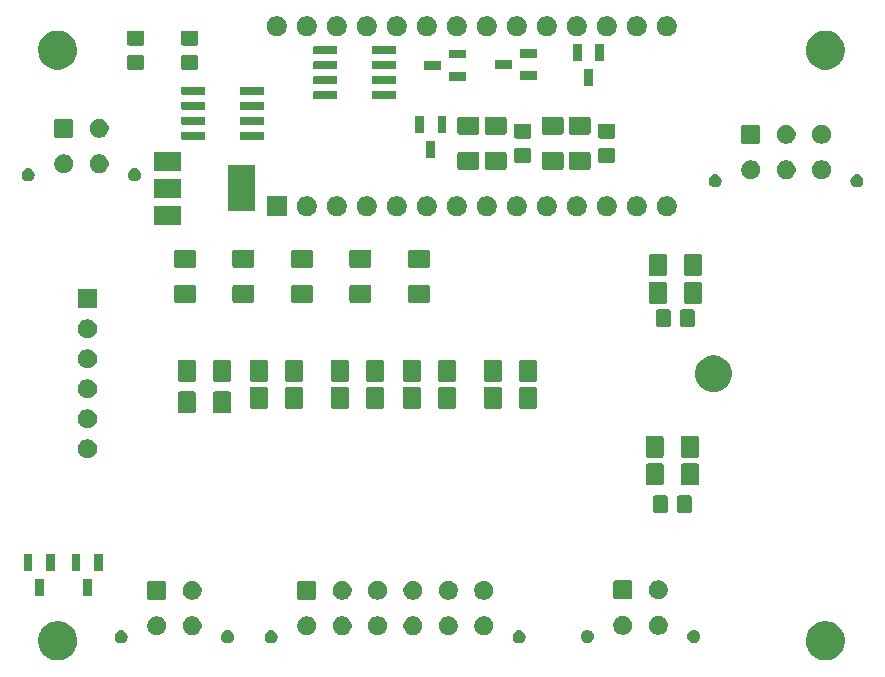
<source format=gbr>
G04 #@! TF.GenerationSoftware,KiCad,Pcbnew,(5.1.6)-1*
G04 #@! TF.CreationDate,2020-10-21T13:59:54+11:00*
G04 #@! TF.ProjectId,DashDriver-V1,44617368-4472-4697-9665-722d56312e6b,rev?*
G04 #@! TF.SameCoordinates,Original*
G04 #@! TF.FileFunction,Soldermask,Top*
G04 #@! TF.FilePolarity,Negative*
%FSLAX46Y46*%
G04 Gerber Fmt 4.6, Leading zero omitted, Abs format (unit mm)*
G04 Created by KiCad (PCBNEW (5.1.6)-1) date 2020-10-21 13:59:54*
%MOMM*%
%LPD*%
G01*
G04 APERTURE LIST*
%ADD10C,0.100000*%
G04 APERTURE END LIST*
D10*
G36*
X154783256Y-89031298D02*
G01*
X154889579Y-89052447D01*
X155190042Y-89176903D01*
X155460451Y-89357585D01*
X155690415Y-89587549D01*
X155855095Y-89834010D01*
X155871098Y-89857960D01*
X155876337Y-89870608D01*
X155958861Y-90069838D01*
X155995553Y-90158422D01*
X156059000Y-90477389D01*
X156059000Y-90802611D01*
X156016702Y-91015256D01*
X155995553Y-91121579D01*
X155871097Y-91422042D01*
X155690415Y-91692451D01*
X155460451Y-91922415D01*
X155190042Y-92103097D01*
X154889579Y-92227553D01*
X154783256Y-92248702D01*
X154570611Y-92291000D01*
X154245389Y-92291000D01*
X154032744Y-92248702D01*
X153926421Y-92227553D01*
X153625958Y-92103097D01*
X153355549Y-91922415D01*
X153125585Y-91692451D01*
X152944903Y-91422042D01*
X152820447Y-91121579D01*
X152799298Y-91015256D01*
X152757000Y-90802611D01*
X152757000Y-90477389D01*
X152820447Y-90158422D01*
X152857140Y-90069838D01*
X152939663Y-89870608D01*
X152944902Y-89857960D01*
X152960905Y-89834010D01*
X153125585Y-89587549D01*
X153355549Y-89357585D01*
X153625958Y-89176903D01*
X153926421Y-89052447D01*
X154032744Y-89031298D01*
X154245389Y-88989000D01*
X154570611Y-88989000D01*
X154783256Y-89031298D01*
G37*
G36*
X89783256Y-89031298D02*
G01*
X89889579Y-89052447D01*
X90190042Y-89176903D01*
X90460451Y-89357585D01*
X90690415Y-89587549D01*
X90855095Y-89834010D01*
X90871098Y-89857960D01*
X90876337Y-89870608D01*
X90958861Y-90069838D01*
X90995553Y-90158422D01*
X91059000Y-90477389D01*
X91059000Y-90802611D01*
X91016702Y-91015256D01*
X90995553Y-91121579D01*
X90871097Y-91422042D01*
X90690415Y-91692451D01*
X90460451Y-91922415D01*
X90190042Y-92103097D01*
X89889579Y-92227553D01*
X89783256Y-92248702D01*
X89570611Y-92291000D01*
X89245389Y-92291000D01*
X89032744Y-92248702D01*
X88926421Y-92227553D01*
X88625958Y-92103097D01*
X88355549Y-91922415D01*
X88125585Y-91692451D01*
X87944903Y-91422042D01*
X87820447Y-91121579D01*
X87799298Y-91015256D01*
X87757000Y-90802611D01*
X87757000Y-90477389D01*
X87820447Y-90158422D01*
X87857140Y-90069838D01*
X87939663Y-89870608D01*
X87944902Y-89857960D01*
X87960905Y-89834010D01*
X88125585Y-89587549D01*
X88355549Y-89357585D01*
X88625958Y-89176903D01*
X88926421Y-89052447D01*
X89032744Y-89031298D01*
X89245389Y-88989000D01*
X89570611Y-88989000D01*
X89783256Y-89031298D01*
G37*
G36*
X94950721Y-89770174D02*
G01*
X95050995Y-89811709D01*
X95050996Y-89811710D01*
X95141242Y-89872010D01*
X95217990Y-89948758D01*
X95217991Y-89948760D01*
X95278291Y-90039005D01*
X95319826Y-90139279D01*
X95341000Y-90245730D01*
X95341000Y-90354270D01*
X95319826Y-90460721D01*
X95278291Y-90560995D01*
X95278290Y-90560996D01*
X95217990Y-90651242D01*
X95141242Y-90727990D01*
X95107867Y-90750290D01*
X95050995Y-90788291D01*
X94950721Y-90829826D01*
X94844270Y-90851000D01*
X94735730Y-90851000D01*
X94629279Y-90829826D01*
X94529005Y-90788291D01*
X94472133Y-90750290D01*
X94438758Y-90727990D01*
X94362010Y-90651242D01*
X94301710Y-90560996D01*
X94301709Y-90560995D01*
X94260174Y-90460721D01*
X94239000Y-90354270D01*
X94239000Y-90245730D01*
X94260174Y-90139279D01*
X94301709Y-90039005D01*
X94362009Y-89948760D01*
X94362010Y-89948758D01*
X94438758Y-89872010D01*
X94529004Y-89811710D01*
X94529005Y-89811709D01*
X94629279Y-89770174D01*
X94735730Y-89749000D01*
X94844270Y-89749000D01*
X94950721Y-89770174D01*
G37*
G36*
X103950721Y-89770174D02*
G01*
X104050995Y-89811709D01*
X104050996Y-89811710D01*
X104141242Y-89872010D01*
X104217990Y-89948758D01*
X104217991Y-89948760D01*
X104278291Y-90039005D01*
X104319826Y-90139279D01*
X104341000Y-90245730D01*
X104341000Y-90354270D01*
X104319826Y-90460721D01*
X104278291Y-90560995D01*
X104278290Y-90560996D01*
X104217990Y-90651242D01*
X104141242Y-90727990D01*
X104107867Y-90750290D01*
X104050995Y-90788291D01*
X103950721Y-90829826D01*
X103844270Y-90851000D01*
X103735730Y-90851000D01*
X103629279Y-90829826D01*
X103529005Y-90788291D01*
X103472133Y-90750290D01*
X103438758Y-90727990D01*
X103362010Y-90651242D01*
X103301710Y-90560996D01*
X103301709Y-90560995D01*
X103260174Y-90460721D01*
X103239000Y-90354270D01*
X103239000Y-90245730D01*
X103260174Y-90139279D01*
X103301709Y-90039005D01*
X103362009Y-89948760D01*
X103362010Y-89948758D01*
X103438758Y-89872010D01*
X103529004Y-89811710D01*
X103529005Y-89811709D01*
X103629279Y-89770174D01*
X103735730Y-89749000D01*
X103844270Y-89749000D01*
X103950721Y-89770174D01*
G37*
G36*
X128650721Y-89770174D02*
G01*
X128750995Y-89811709D01*
X128750996Y-89811710D01*
X128841242Y-89872010D01*
X128917990Y-89948758D01*
X128917991Y-89948760D01*
X128978291Y-90039005D01*
X129019826Y-90139279D01*
X129041000Y-90245730D01*
X129041000Y-90354270D01*
X129019826Y-90460721D01*
X128978291Y-90560995D01*
X128978290Y-90560996D01*
X128917990Y-90651242D01*
X128841242Y-90727990D01*
X128807867Y-90750290D01*
X128750995Y-90788291D01*
X128650721Y-90829826D01*
X128544270Y-90851000D01*
X128435730Y-90851000D01*
X128329279Y-90829826D01*
X128229005Y-90788291D01*
X128172133Y-90750290D01*
X128138758Y-90727990D01*
X128062010Y-90651242D01*
X128001710Y-90560996D01*
X128001709Y-90560995D01*
X127960174Y-90460721D01*
X127939000Y-90354270D01*
X127939000Y-90245730D01*
X127960174Y-90139279D01*
X128001709Y-90039005D01*
X128062009Y-89948760D01*
X128062010Y-89948758D01*
X128138758Y-89872010D01*
X128229004Y-89811710D01*
X128229005Y-89811709D01*
X128329279Y-89770174D01*
X128435730Y-89749000D01*
X128544270Y-89749000D01*
X128650721Y-89770174D01*
G37*
G36*
X107650721Y-89770174D02*
G01*
X107750995Y-89811709D01*
X107750996Y-89811710D01*
X107841242Y-89872010D01*
X107917990Y-89948758D01*
X107917991Y-89948760D01*
X107978291Y-90039005D01*
X108019826Y-90139279D01*
X108041000Y-90245730D01*
X108041000Y-90354270D01*
X108019826Y-90460721D01*
X107978291Y-90560995D01*
X107978290Y-90560996D01*
X107917990Y-90651242D01*
X107841242Y-90727990D01*
X107807867Y-90750290D01*
X107750995Y-90788291D01*
X107650721Y-90829826D01*
X107544270Y-90851000D01*
X107435730Y-90851000D01*
X107329279Y-90829826D01*
X107229005Y-90788291D01*
X107172133Y-90750290D01*
X107138758Y-90727990D01*
X107062010Y-90651242D01*
X107001710Y-90560996D01*
X107001709Y-90560995D01*
X106960174Y-90460721D01*
X106939000Y-90354270D01*
X106939000Y-90245730D01*
X106960174Y-90139279D01*
X107001709Y-90039005D01*
X107062009Y-89948760D01*
X107062010Y-89948758D01*
X107138758Y-89872010D01*
X107229004Y-89811710D01*
X107229005Y-89811709D01*
X107329279Y-89770174D01*
X107435730Y-89749000D01*
X107544270Y-89749000D01*
X107650721Y-89770174D01*
G37*
G36*
X143423721Y-89732174D02*
G01*
X143523995Y-89773709D01*
X143523996Y-89773710D01*
X143614242Y-89834010D01*
X143690990Y-89910758D01*
X143690991Y-89910760D01*
X143751291Y-90001005D01*
X143792826Y-90101279D01*
X143814000Y-90207730D01*
X143814000Y-90316270D01*
X143792826Y-90422721D01*
X143751291Y-90522995D01*
X143751290Y-90522996D01*
X143690990Y-90613242D01*
X143614242Y-90689990D01*
X143568812Y-90720345D01*
X143523995Y-90750291D01*
X143423721Y-90791826D01*
X143317270Y-90813000D01*
X143208730Y-90813000D01*
X143102279Y-90791826D01*
X143002005Y-90750291D01*
X142957188Y-90720345D01*
X142911758Y-90689990D01*
X142835010Y-90613242D01*
X142774710Y-90522996D01*
X142774709Y-90522995D01*
X142733174Y-90422721D01*
X142712000Y-90316270D01*
X142712000Y-90207730D01*
X142733174Y-90101279D01*
X142774709Y-90001005D01*
X142835009Y-89910760D01*
X142835010Y-89910758D01*
X142911758Y-89834010D01*
X143002004Y-89773710D01*
X143002005Y-89773709D01*
X143102279Y-89732174D01*
X143208730Y-89711000D01*
X143317270Y-89711000D01*
X143423721Y-89732174D01*
G37*
G36*
X134423721Y-89732174D02*
G01*
X134523995Y-89773709D01*
X134523996Y-89773710D01*
X134614242Y-89834010D01*
X134690990Y-89910758D01*
X134690991Y-89910760D01*
X134751291Y-90001005D01*
X134792826Y-90101279D01*
X134814000Y-90207730D01*
X134814000Y-90316270D01*
X134792826Y-90422721D01*
X134751291Y-90522995D01*
X134751290Y-90522996D01*
X134690990Y-90613242D01*
X134614242Y-90689990D01*
X134568812Y-90720345D01*
X134523995Y-90750291D01*
X134423721Y-90791826D01*
X134317270Y-90813000D01*
X134208730Y-90813000D01*
X134102279Y-90791826D01*
X134002005Y-90750291D01*
X133957188Y-90720345D01*
X133911758Y-90689990D01*
X133835010Y-90613242D01*
X133774710Y-90522996D01*
X133774709Y-90522995D01*
X133733174Y-90422721D01*
X133712000Y-90316270D01*
X133712000Y-90207730D01*
X133733174Y-90101279D01*
X133774709Y-90001005D01*
X133835009Y-89910760D01*
X133835010Y-89910758D01*
X133911758Y-89834010D01*
X134002004Y-89773710D01*
X134002005Y-89773709D01*
X134102279Y-89732174D01*
X134208730Y-89711000D01*
X134317270Y-89711000D01*
X134423721Y-89732174D01*
G37*
G36*
X122723642Y-88589781D02*
G01*
X122869414Y-88650162D01*
X122869416Y-88650163D01*
X123000608Y-88737822D01*
X123112178Y-88849392D01*
X123199837Y-88980584D01*
X123199838Y-88980586D01*
X123260219Y-89126358D01*
X123291000Y-89281107D01*
X123291000Y-89438893D01*
X123260219Y-89593642D01*
X123199838Y-89739414D01*
X123199837Y-89739416D01*
X123112178Y-89870608D01*
X123000608Y-89982178D01*
X122869416Y-90069837D01*
X122869415Y-90069838D01*
X122869414Y-90069838D01*
X122723642Y-90130219D01*
X122568893Y-90161000D01*
X122411107Y-90161000D01*
X122256358Y-90130219D01*
X122110586Y-90069838D01*
X122110585Y-90069838D01*
X122110584Y-90069837D01*
X121979392Y-89982178D01*
X121867822Y-89870608D01*
X121780163Y-89739416D01*
X121780162Y-89739414D01*
X121719781Y-89593642D01*
X121689000Y-89438893D01*
X121689000Y-89281107D01*
X121719781Y-89126358D01*
X121780162Y-88980586D01*
X121780163Y-88980584D01*
X121867822Y-88849392D01*
X121979392Y-88737822D01*
X122110584Y-88650163D01*
X122110586Y-88650162D01*
X122256358Y-88589781D01*
X122411107Y-88559000D01*
X122568893Y-88559000D01*
X122723642Y-88589781D01*
G37*
G36*
X101023642Y-88589781D02*
G01*
X101169414Y-88650162D01*
X101169416Y-88650163D01*
X101300608Y-88737822D01*
X101412178Y-88849392D01*
X101499837Y-88980584D01*
X101499838Y-88980586D01*
X101560219Y-89126358D01*
X101591000Y-89281107D01*
X101591000Y-89438893D01*
X101560219Y-89593642D01*
X101499838Y-89739414D01*
X101499837Y-89739416D01*
X101412178Y-89870608D01*
X101300608Y-89982178D01*
X101169416Y-90069837D01*
X101169415Y-90069838D01*
X101169414Y-90069838D01*
X101023642Y-90130219D01*
X100868893Y-90161000D01*
X100711107Y-90161000D01*
X100556358Y-90130219D01*
X100410586Y-90069838D01*
X100410585Y-90069838D01*
X100410584Y-90069837D01*
X100279392Y-89982178D01*
X100167822Y-89870608D01*
X100080163Y-89739416D01*
X100080162Y-89739414D01*
X100019781Y-89593642D01*
X99989000Y-89438893D01*
X99989000Y-89281107D01*
X100019781Y-89126358D01*
X100080162Y-88980586D01*
X100080163Y-88980584D01*
X100167822Y-88849392D01*
X100279392Y-88737822D01*
X100410584Y-88650163D01*
X100410586Y-88650162D01*
X100556358Y-88589781D01*
X100711107Y-88559000D01*
X100868893Y-88559000D01*
X101023642Y-88589781D01*
G37*
G36*
X98023642Y-88589781D02*
G01*
X98169414Y-88650162D01*
X98169416Y-88650163D01*
X98300608Y-88737822D01*
X98412178Y-88849392D01*
X98499837Y-88980584D01*
X98499838Y-88980586D01*
X98560219Y-89126358D01*
X98591000Y-89281107D01*
X98591000Y-89438893D01*
X98560219Y-89593642D01*
X98499838Y-89739414D01*
X98499837Y-89739416D01*
X98412178Y-89870608D01*
X98300608Y-89982178D01*
X98169416Y-90069837D01*
X98169415Y-90069838D01*
X98169414Y-90069838D01*
X98023642Y-90130219D01*
X97868893Y-90161000D01*
X97711107Y-90161000D01*
X97556358Y-90130219D01*
X97410586Y-90069838D01*
X97410585Y-90069838D01*
X97410584Y-90069837D01*
X97279392Y-89982178D01*
X97167822Y-89870608D01*
X97080163Y-89739416D01*
X97080162Y-89739414D01*
X97019781Y-89593642D01*
X96989000Y-89438893D01*
X96989000Y-89281107D01*
X97019781Y-89126358D01*
X97080162Y-88980586D01*
X97080163Y-88980584D01*
X97167822Y-88849392D01*
X97279392Y-88737822D01*
X97410584Y-88650163D01*
X97410586Y-88650162D01*
X97556358Y-88589781D01*
X97711107Y-88559000D01*
X97868893Y-88559000D01*
X98023642Y-88589781D01*
G37*
G36*
X110723642Y-88589781D02*
G01*
X110869414Y-88650162D01*
X110869416Y-88650163D01*
X111000608Y-88737822D01*
X111112178Y-88849392D01*
X111199837Y-88980584D01*
X111199838Y-88980586D01*
X111260219Y-89126358D01*
X111291000Y-89281107D01*
X111291000Y-89438893D01*
X111260219Y-89593642D01*
X111199838Y-89739414D01*
X111199837Y-89739416D01*
X111112178Y-89870608D01*
X111000608Y-89982178D01*
X110869416Y-90069837D01*
X110869415Y-90069838D01*
X110869414Y-90069838D01*
X110723642Y-90130219D01*
X110568893Y-90161000D01*
X110411107Y-90161000D01*
X110256358Y-90130219D01*
X110110586Y-90069838D01*
X110110585Y-90069838D01*
X110110584Y-90069837D01*
X109979392Y-89982178D01*
X109867822Y-89870608D01*
X109780163Y-89739416D01*
X109780162Y-89739414D01*
X109719781Y-89593642D01*
X109689000Y-89438893D01*
X109689000Y-89281107D01*
X109719781Y-89126358D01*
X109780162Y-88980586D01*
X109780163Y-88980584D01*
X109867822Y-88849392D01*
X109979392Y-88737822D01*
X110110584Y-88650163D01*
X110110586Y-88650162D01*
X110256358Y-88589781D01*
X110411107Y-88559000D01*
X110568893Y-88559000D01*
X110723642Y-88589781D01*
G37*
G36*
X125723642Y-88589781D02*
G01*
X125869414Y-88650162D01*
X125869416Y-88650163D01*
X126000608Y-88737822D01*
X126112178Y-88849392D01*
X126199837Y-88980584D01*
X126199838Y-88980586D01*
X126260219Y-89126358D01*
X126291000Y-89281107D01*
X126291000Y-89438893D01*
X126260219Y-89593642D01*
X126199838Y-89739414D01*
X126199837Y-89739416D01*
X126112178Y-89870608D01*
X126000608Y-89982178D01*
X125869416Y-90069837D01*
X125869415Y-90069838D01*
X125869414Y-90069838D01*
X125723642Y-90130219D01*
X125568893Y-90161000D01*
X125411107Y-90161000D01*
X125256358Y-90130219D01*
X125110586Y-90069838D01*
X125110585Y-90069838D01*
X125110584Y-90069837D01*
X124979392Y-89982178D01*
X124867822Y-89870608D01*
X124780163Y-89739416D01*
X124780162Y-89739414D01*
X124719781Y-89593642D01*
X124689000Y-89438893D01*
X124689000Y-89281107D01*
X124719781Y-89126358D01*
X124780162Y-88980586D01*
X124780163Y-88980584D01*
X124867822Y-88849392D01*
X124979392Y-88737822D01*
X125110584Y-88650163D01*
X125110586Y-88650162D01*
X125256358Y-88589781D01*
X125411107Y-88559000D01*
X125568893Y-88559000D01*
X125723642Y-88589781D01*
G37*
G36*
X119723642Y-88589781D02*
G01*
X119869414Y-88650162D01*
X119869416Y-88650163D01*
X120000608Y-88737822D01*
X120112178Y-88849392D01*
X120199837Y-88980584D01*
X120199838Y-88980586D01*
X120260219Y-89126358D01*
X120291000Y-89281107D01*
X120291000Y-89438893D01*
X120260219Y-89593642D01*
X120199838Y-89739414D01*
X120199837Y-89739416D01*
X120112178Y-89870608D01*
X120000608Y-89982178D01*
X119869416Y-90069837D01*
X119869415Y-90069838D01*
X119869414Y-90069838D01*
X119723642Y-90130219D01*
X119568893Y-90161000D01*
X119411107Y-90161000D01*
X119256358Y-90130219D01*
X119110586Y-90069838D01*
X119110585Y-90069838D01*
X119110584Y-90069837D01*
X118979392Y-89982178D01*
X118867822Y-89870608D01*
X118780163Y-89739416D01*
X118780162Y-89739414D01*
X118719781Y-89593642D01*
X118689000Y-89438893D01*
X118689000Y-89281107D01*
X118719781Y-89126358D01*
X118780162Y-88980586D01*
X118780163Y-88980584D01*
X118867822Y-88849392D01*
X118979392Y-88737822D01*
X119110584Y-88650163D01*
X119110586Y-88650162D01*
X119256358Y-88589781D01*
X119411107Y-88559000D01*
X119568893Y-88559000D01*
X119723642Y-88589781D01*
G37*
G36*
X116723642Y-88589781D02*
G01*
X116869414Y-88650162D01*
X116869416Y-88650163D01*
X117000608Y-88737822D01*
X117112178Y-88849392D01*
X117199837Y-88980584D01*
X117199838Y-88980586D01*
X117260219Y-89126358D01*
X117291000Y-89281107D01*
X117291000Y-89438893D01*
X117260219Y-89593642D01*
X117199838Y-89739414D01*
X117199837Y-89739416D01*
X117112178Y-89870608D01*
X117000608Y-89982178D01*
X116869416Y-90069837D01*
X116869415Y-90069838D01*
X116869414Y-90069838D01*
X116723642Y-90130219D01*
X116568893Y-90161000D01*
X116411107Y-90161000D01*
X116256358Y-90130219D01*
X116110586Y-90069838D01*
X116110585Y-90069838D01*
X116110584Y-90069837D01*
X115979392Y-89982178D01*
X115867822Y-89870608D01*
X115780163Y-89739416D01*
X115780162Y-89739414D01*
X115719781Y-89593642D01*
X115689000Y-89438893D01*
X115689000Y-89281107D01*
X115719781Y-89126358D01*
X115780162Y-88980586D01*
X115780163Y-88980584D01*
X115867822Y-88849392D01*
X115979392Y-88737822D01*
X116110584Y-88650163D01*
X116110586Y-88650162D01*
X116256358Y-88589781D01*
X116411107Y-88559000D01*
X116568893Y-88559000D01*
X116723642Y-88589781D01*
G37*
G36*
X113723642Y-88589781D02*
G01*
X113869414Y-88650162D01*
X113869416Y-88650163D01*
X114000608Y-88737822D01*
X114112178Y-88849392D01*
X114199837Y-88980584D01*
X114199838Y-88980586D01*
X114260219Y-89126358D01*
X114291000Y-89281107D01*
X114291000Y-89438893D01*
X114260219Y-89593642D01*
X114199838Y-89739414D01*
X114199837Y-89739416D01*
X114112178Y-89870608D01*
X114000608Y-89982178D01*
X113869416Y-90069837D01*
X113869415Y-90069838D01*
X113869414Y-90069838D01*
X113723642Y-90130219D01*
X113568893Y-90161000D01*
X113411107Y-90161000D01*
X113256358Y-90130219D01*
X113110586Y-90069838D01*
X113110585Y-90069838D01*
X113110584Y-90069837D01*
X112979392Y-89982178D01*
X112867822Y-89870608D01*
X112780163Y-89739416D01*
X112780162Y-89739414D01*
X112719781Y-89593642D01*
X112689000Y-89438893D01*
X112689000Y-89281107D01*
X112719781Y-89126358D01*
X112780162Y-88980586D01*
X112780163Y-88980584D01*
X112867822Y-88849392D01*
X112979392Y-88737822D01*
X113110584Y-88650163D01*
X113110586Y-88650162D01*
X113256358Y-88589781D01*
X113411107Y-88559000D01*
X113568893Y-88559000D01*
X113723642Y-88589781D01*
G37*
G36*
X140496642Y-88551781D02*
G01*
X140642414Y-88612162D01*
X140642416Y-88612163D01*
X140773608Y-88699822D01*
X140885178Y-88811392D01*
X140910569Y-88849393D01*
X140972838Y-88942586D01*
X141033219Y-89088358D01*
X141064000Y-89243107D01*
X141064000Y-89400893D01*
X141033219Y-89555642D01*
X141017478Y-89593643D01*
X140972837Y-89701416D01*
X140885178Y-89832608D01*
X140773608Y-89944178D01*
X140642416Y-90031837D01*
X140642415Y-90031838D01*
X140642414Y-90031838D01*
X140496642Y-90092219D01*
X140341893Y-90123000D01*
X140184107Y-90123000D01*
X140029358Y-90092219D01*
X139883586Y-90031838D01*
X139883585Y-90031838D01*
X139883584Y-90031837D01*
X139752392Y-89944178D01*
X139640822Y-89832608D01*
X139553163Y-89701416D01*
X139508522Y-89593643D01*
X139492781Y-89555642D01*
X139462000Y-89400893D01*
X139462000Y-89243107D01*
X139492781Y-89088358D01*
X139553162Y-88942586D01*
X139615431Y-88849393D01*
X139640822Y-88811392D01*
X139752392Y-88699822D01*
X139883584Y-88612163D01*
X139883586Y-88612162D01*
X140029358Y-88551781D01*
X140184107Y-88521000D01*
X140341893Y-88521000D01*
X140496642Y-88551781D01*
G37*
G36*
X137496642Y-88551781D02*
G01*
X137642414Y-88612162D01*
X137642416Y-88612163D01*
X137773608Y-88699822D01*
X137885178Y-88811392D01*
X137910569Y-88849393D01*
X137972838Y-88942586D01*
X138033219Y-89088358D01*
X138064000Y-89243107D01*
X138064000Y-89400893D01*
X138033219Y-89555642D01*
X138017478Y-89593643D01*
X137972837Y-89701416D01*
X137885178Y-89832608D01*
X137773608Y-89944178D01*
X137642416Y-90031837D01*
X137642415Y-90031838D01*
X137642414Y-90031838D01*
X137496642Y-90092219D01*
X137341893Y-90123000D01*
X137184107Y-90123000D01*
X137029358Y-90092219D01*
X136883586Y-90031838D01*
X136883585Y-90031838D01*
X136883584Y-90031837D01*
X136752392Y-89944178D01*
X136640822Y-89832608D01*
X136553163Y-89701416D01*
X136508522Y-89593643D01*
X136492781Y-89555642D01*
X136462000Y-89400893D01*
X136462000Y-89243107D01*
X136492781Y-89088358D01*
X136553162Y-88942586D01*
X136615431Y-88849393D01*
X136640822Y-88811392D01*
X136752392Y-88699822D01*
X136883584Y-88612163D01*
X136883586Y-88612162D01*
X137029358Y-88551781D01*
X137184107Y-88521000D01*
X137341893Y-88521000D01*
X137496642Y-88551781D01*
G37*
G36*
X98443048Y-85563122D02*
G01*
X98477387Y-85573539D01*
X98509036Y-85590456D01*
X98536778Y-85613222D01*
X98559544Y-85640964D01*
X98576461Y-85672613D01*
X98586878Y-85706952D01*
X98591000Y-85748807D01*
X98591000Y-86971193D01*
X98586878Y-87013048D01*
X98576461Y-87047387D01*
X98559544Y-87079036D01*
X98536778Y-87106778D01*
X98509036Y-87129544D01*
X98477387Y-87146461D01*
X98443048Y-87156878D01*
X98401193Y-87161000D01*
X97178807Y-87161000D01*
X97136952Y-87156878D01*
X97102613Y-87146461D01*
X97070964Y-87129544D01*
X97043222Y-87106778D01*
X97020456Y-87079036D01*
X97003539Y-87047387D01*
X96993122Y-87013048D01*
X96989000Y-86971193D01*
X96989000Y-85748807D01*
X96993122Y-85706952D01*
X97003539Y-85672613D01*
X97020456Y-85640964D01*
X97043222Y-85613222D01*
X97070964Y-85590456D01*
X97102613Y-85573539D01*
X97136952Y-85563122D01*
X97178807Y-85559000D01*
X98401193Y-85559000D01*
X98443048Y-85563122D01*
G37*
G36*
X101023642Y-85589781D02*
G01*
X101144067Y-85639663D01*
X101169416Y-85650163D01*
X101300608Y-85737822D01*
X101412178Y-85849392D01*
X101499837Y-85980584D01*
X101499838Y-85980586D01*
X101560219Y-86126358D01*
X101591000Y-86281107D01*
X101591000Y-86438893D01*
X101560219Y-86593642D01*
X101515578Y-86701414D01*
X101499837Y-86739416D01*
X101412178Y-86870608D01*
X101300608Y-86982178D01*
X101169416Y-87069837D01*
X101169415Y-87069838D01*
X101169414Y-87069838D01*
X101023642Y-87130219D01*
X100868893Y-87161000D01*
X100711107Y-87161000D01*
X100556358Y-87130219D01*
X100410586Y-87069838D01*
X100410585Y-87069838D01*
X100410584Y-87069837D01*
X100279392Y-86982178D01*
X100167822Y-86870608D01*
X100080163Y-86739416D01*
X100064422Y-86701414D01*
X100019781Y-86593642D01*
X99989000Y-86438893D01*
X99989000Y-86281107D01*
X100019781Y-86126358D01*
X100080162Y-85980586D01*
X100080163Y-85980584D01*
X100167822Y-85849392D01*
X100279392Y-85737822D01*
X100410584Y-85650163D01*
X100435933Y-85639663D01*
X100556358Y-85589781D01*
X100711107Y-85559000D01*
X100868893Y-85559000D01*
X101023642Y-85589781D01*
G37*
G36*
X111143048Y-85563122D02*
G01*
X111177387Y-85573539D01*
X111209036Y-85590456D01*
X111236778Y-85613222D01*
X111259544Y-85640964D01*
X111276461Y-85672613D01*
X111286878Y-85706952D01*
X111291000Y-85748807D01*
X111291000Y-86971193D01*
X111286878Y-87013048D01*
X111276461Y-87047387D01*
X111259544Y-87079036D01*
X111236778Y-87106778D01*
X111209036Y-87129544D01*
X111177387Y-87146461D01*
X111143048Y-87156878D01*
X111101193Y-87161000D01*
X109878807Y-87161000D01*
X109836952Y-87156878D01*
X109802613Y-87146461D01*
X109770964Y-87129544D01*
X109743222Y-87106778D01*
X109720456Y-87079036D01*
X109703539Y-87047387D01*
X109693122Y-87013048D01*
X109689000Y-86971193D01*
X109689000Y-85748807D01*
X109693122Y-85706952D01*
X109703539Y-85672613D01*
X109720456Y-85640964D01*
X109743222Y-85613222D01*
X109770964Y-85590456D01*
X109802613Y-85573539D01*
X109836952Y-85563122D01*
X109878807Y-85559000D01*
X111101193Y-85559000D01*
X111143048Y-85563122D01*
G37*
G36*
X113723642Y-85589781D02*
G01*
X113844067Y-85639663D01*
X113869416Y-85650163D01*
X114000608Y-85737822D01*
X114112178Y-85849392D01*
X114199837Y-85980584D01*
X114199838Y-85980586D01*
X114260219Y-86126358D01*
X114291000Y-86281107D01*
X114291000Y-86438893D01*
X114260219Y-86593642D01*
X114215578Y-86701414D01*
X114199837Y-86739416D01*
X114112178Y-86870608D01*
X114000608Y-86982178D01*
X113869416Y-87069837D01*
X113869415Y-87069838D01*
X113869414Y-87069838D01*
X113723642Y-87130219D01*
X113568893Y-87161000D01*
X113411107Y-87161000D01*
X113256358Y-87130219D01*
X113110586Y-87069838D01*
X113110585Y-87069838D01*
X113110584Y-87069837D01*
X112979392Y-86982178D01*
X112867822Y-86870608D01*
X112780163Y-86739416D01*
X112764422Y-86701414D01*
X112719781Y-86593642D01*
X112689000Y-86438893D01*
X112689000Y-86281107D01*
X112719781Y-86126358D01*
X112780162Y-85980586D01*
X112780163Y-85980584D01*
X112867822Y-85849392D01*
X112979392Y-85737822D01*
X113110584Y-85650163D01*
X113135933Y-85639663D01*
X113256358Y-85589781D01*
X113411107Y-85559000D01*
X113568893Y-85559000D01*
X113723642Y-85589781D01*
G37*
G36*
X119723642Y-85589781D02*
G01*
X119844067Y-85639663D01*
X119869416Y-85650163D01*
X120000608Y-85737822D01*
X120112178Y-85849392D01*
X120199837Y-85980584D01*
X120199838Y-85980586D01*
X120260219Y-86126358D01*
X120291000Y-86281107D01*
X120291000Y-86438893D01*
X120260219Y-86593642D01*
X120215578Y-86701414D01*
X120199837Y-86739416D01*
X120112178Y-86870608D01*
X120000608Y-86982178D01*
X119869416Y-87069837D01*
X119869415Y-87069838D01*
X119869414Y-87069838D01*
X119723642Y-87130219D01*
X119568893Y-87161000D01*
X119411107Y-87161000D01*
X119256358Y-87130219D01*
X119110586Y-87069838D01*
X119110585Y-87069838D01*
X119110584Y-87069837D01*
X118979392Y-86982178D01*
X118867822Y-86870608D01*
X118780163Y-86739416D01*
X118764422Y-86701414D01*
X118719781Y-86593642D01*
X118689000Y-86438893D01*
X118689000Y-86281107D01*
X118719781Y-86126358D01*
X118780162Y-85980586D01*
X118780163Y-85980584D01*
X118867822Y-85849392D01*
X118979392Y-85737822D01*
X119110584Y-85650163D01*
X119135933Y-85639663D01*
X119256358Y-85589781D01*
X119411107Y-85559000D01*
X119568893Y-85559000D01*
X119723642Y-85589781D01*
G37*
G36*
X122723642Y-85589781D02*
G01*
X122844067Y-85639663D01*
X122869416Y-85650163D01*
X123000608Y-85737822D01*
X123112178Y-85849392D01*
X123199837Y-85980584D01*
X123199838Y-85980586D01*
X123260219Y-86126358D01*
X123291000Y-86281107D01*
X123291000Y-86438893D01*
X123260219Y-86593642D01*
X123215578Y-86701414D01*
X123199837Y-86739416D01*
X123112178Y-86870608D01*
X123000608Y-86982178D01*
X122869416Y-87069837D01*
X122869415Y-87069838D01*
X122869414Y-87069838D01*
X122723642Y-87130219D01*
X122568893Y-87161000D01*
X122411107Y-87161000D01*
X122256358Y-87130219D01*
X122110586Y-87069838D01*
X122110585Y-87069838D01*
X122110584Y-87069837D01*
X121979392Y-86982178D01*
X121867822Y-86870608D01*
X121780163Y-86739416D01*
X121764422Y-86701414D01*
X121719781Y-86593642D01*
X121689000Y-86438893D01*
X121689000Y-86281107D01*
X121719781Y-86126358D01*
X121780162Y-85980586D01*
X121780163Y-85980584D01*
X121867822Y-85849392D01*
X121979392Y-85737822D01*
X122110584Y-85650163D01*
X122135933Y-85639663D01*
X122256358Y-85589781D01*
X122411107Y-85559000D01*
X122568893Y-85559000D01*
X122723642Y-85589781D01*
G37*
G36*
X125723642Y-85589781D02*
G01*
X125844067Y-85639663D01*
X125869416Y-85650163D01*
X126000608Y-85737822D01*
X126112178Y-85849392D01*
X126199837Y-85980584D01*
X126199838Y-85980586D01*
X126260219Y-86126358D01*
X126291000Y-86281107D01*
X126291000Y-86438893D01*
X126260219Y-86593642D01*
X126215578Y-86701414D01*
X126199837Y-86739416D01*
X126112178Y-86870608D01*
X126000608Y-86982178D01*
X125869416Y-87069837D01*
X125869415Y-87069838D01*
X125869414Y-87069838D01*
X125723642Y-87130219D01*
X125568893Y-87161000D01*
X125411107Y-87161000D01*
X125256358Y-87130219D01*
X125110586Y-87069838D01*
X125110585Y-87069838D01*
X125110584Y-87069837D01*
X124979392Y-86982178D01*
X124867822Y-86870608D01*
X124780163Y-86739416D01*
X124764422Y-86701414D01*
X124719781Y-86593642D01*
X124689000Y-86438893D01*
X124689000Y-86281107D01*
X124719781Y-86126358D01*
X124780162Y-85980586D01*
X124780163Y-85980584D01*
X124867822Y-85849392D01*
X124979392Y-85737822D01*
X125110584Y-85650163D01*
X125135933Y-85639663D01*
X125256358Y-85589781D01*
X125411107Y-85559000D01*
X125568893Y-85559000D01*
X125723642Y-85589781D01*
G37*
G36*
X116723642Y-85589781D02*
G01*
X116844067Y-85639663D01*
X116869416Y-85650163D01*
X117000608Y-85737822D01*
X117112178Y-85849392D01*
X117199837Y-85980584D01*
X117199838Y-85980586D01*
X117260219Y-86126358D01*
X117291000Y-86281107D01*
X117291000Y-86438893D01*
X117260219Y-86593642D01*
X117215578Y-86701414D01*
X117199837Y-86739416D01*
X117112178Y-86870608D01*
X117000608Y-86982178D01*
X116869416Y-87069837D01*
X116869415Y-87069838D01*
X116869414Y-87069838D01*
X116723642Y-87130219D01*
X116568893Y-87161000D01*
X116411107Y-87161000D01*
X116256358Y-87130219D01*
X116110586Y-87069838D01*
X116110585Y-87069838D01*
X116110584Y-87069837D01*
X115979392Y-86982178D01*
X115867822Y-86870608D01*
X115780163Y-86739416D01*
X115764422Y-86701414D01*
X115719781Y-86593642D01*
X115689000Y-86438893D01*
X115689000Y-86281107D01*
X115719781Y-86126358D01*
X115780162Y-85980586D01*
X115780163Y-85980584D01*
X115867822Y-85849392D01*
X115979392Y-85737822D01*
X116110584Y-85650163D01*
X116135933Y-85639663D01*
X116256358Y-85589781D01*
X116411107Y-85559000D01*
X116568893Y-85559000D01*
X116723642Y-85589781D01*
G37*
G36*
X140496642Y-85551781D02*
G01*
X140620208Y-85602964D01*
X140642416Y-85612163D01*
X140773608Y-85699822D01*
X140885178Y-85811392D01*
X140910569Y-85849393D01*
X140972838Y-85942586D01*
X141033219Y-86088358D01*
X141064000Y-86243107D01*
X141064000Y-86400893D01*
X141033219Y-86555642D01*
X141017478Y-86593643D01*
X140972837Y-86701416D01*
X140885178Y-86832608D01*
X140773608Y-86944178D01*
X140642416Y-87031837D01*
X140642415Y-87031838D01*
X140642414Y-87031838D01*
X140496642Y-87092219D01*
X140341893Y-87123000D01*
X140184107Y-87123000D01*
X140029358Y-87092219D01*
X139883586Y-87031838D01*
X139883585Y-87031838D01*
X139883584Y-87031837D01*
X139752392Y-86944178D01*
X139640822Y-86832608D01*
X139553163Y-86701416D01*
X139508522Y-86593643D01*
X139492781Y-86555642D01*
X139462000Y-86400893D01*
X139462000Y-86243107D01*
X139492781Y-86088358D01*
X139553162Y-85942586D01*
X139615431Y-85849393D01*
X139640822Y-85811392D01*
X139752392Y-85699822D01*
X139883584Y-85612163D01*
X139905792Y-85602964D01*
X140029358Y-85551781D01*
X140184107Y-85521000D01*
X140341893Y-85521000D01*
X140496642Y-85551781D01*
G37*
G36*
X137916048Y-85525122D02*
G01*
X137950387Y-85535539D01*
X137982036Y-85552456D01*
X138009778Y-85575222D01*
X138032544Y-85602964D01*
X138049461Y-85634613D01*
X138059878Y-85668952D01*
X138064000Y-85710807D01*
X138064000Y-86933193D01*
X138059878Y-86975048D01*
X138049461Y-87009387D01*
X138032544Y-87041036D01*
X138009778Y-87068778D01*
X137982036Y-87091544D01*
X137950387Y-87108461D01*
X137916048Y-87118878D01*
X137874193Y-87123000D01*
X136651807Y-87123000D01*
X136609952Y-87118878D01*
X136575613Y-87108461D01*
X136543964Y-87091544D01*
X136516222Y-87068778D01*
X136493456Y-87041036D01*
X136476539Y-87009387D01*
X136466122Y-86975048D01*
X136462000Y-86933193D01*
X136462000Y-85710807D01*
X136466122Y-85668952D01*
X136476539Y-85634613D01*
X136493456Y-85602964D01*
X136516222Y-85575222D01*
X136543964Y-85552456D01*
X136575613Y-85535539D01*
X136609952Y-85525122D01*
X136651807Y-85521000D01*
X137874193Y-85521000D01*
X137916048Y-85525122D01*
G37*
G36*
X92294000Y-86822000D02*
G01*
X91554000Y-86822000D01*
X91554000Y-85382000D01*
X92294000Y-85382000D01*
X92294000Y-86822000D01*
G37*
G36*
X88230000Y-86822000D02*
G01*
X87490000Y-86822000D01*
X87490000Y-85382000D01*
X88230000Y-85382000D01*
X88230000Y-86822000D01*
G37*
G36*
X93244000Y-84722000D02*
G01*
X92504000Y-84722000D01*
X92504000Y-83282000D01*
X93244000Y-83282000D01*
X93244000Y-84722000D01*
G37*
G36*
X91344000Y-84722000D02*
G01*
X90604000Y-84722000D01*
X90604000Y-83282000D01*
X91344000Y-83282000D01*
X91344000Y-84722000D01*
G37*
G36*
X89180000Y-84722000D02*
G01*
X88440000Y-84722000D01*
X88440000Y-83282000D01*
X89180000Y-83282000D01*
X89180000Y-84722000D01*
G37*
G36*
X87280000Y-84722000D02*
G01*
X86540000Y-84722000D01*
X86540000Y-83282000D01*
X87280000Y-83282000D01*
X87280000Y-84722000D01*
G37*
G36*
X140892674Y-78336465D02*
G01*
X140930367Y-78347899D01*
X140965103Y-78366466D01*
X140995548Y-78391452D01*
X141020534Y-78421897D01*
X141039101Y-78456633D01*
X141050535Y-78494326D01*
X141055000Y-78539661D01*
X141055000Y-79626339D01*
X141050535Y-79671674D01*
X141039101Y-79709367D01*
X141020534Y-79744103D01*
X140995548Y-79774548D01*
X140965103Y-79799534D01*
X140930367Y-79818101D01*
X140892674Y-79829535D01*
X140847339Y-79834000D01*
X140010661Y-79834000D01*
X139965326Y-79829535D01*
X139927633Y-79818101D01*
X139892897Y-79799534D01*
X139862452Y-79774548D01*
X139837466Y-79744103D01*
X139818899Y-79709367D01*
X139807465Y-79671674D01*
X139803000Y-79626339D01*
X139803000Y-78539661D01*
X139807465Y-78494326D01*
X139818899Y-78456633D01*
X139837466Y-78421897D01*
X139862452Y-78391452D01*
X139892897Y-78366466D01*
X139927633Y-78347899D01*
X139965326Y-78336465D01*
X140010661Y-78332000D01*
X140847339Y-78332000D01*
X140892674Y-78336465D01*
G37*
G36*
X142942674Y-78336465D02*
G01*
X142980367Y-78347899D01*
X143015103Y-78366466D01*
X143045548Y-78391452D01*
X143070534Y-78421897D01*
X143089101Y-78456633D01*
X143100535Y-78494326D01*
X143105000Y-78539661D01*
X143105000Y-79626339D01*
X143100535Y-79671674D01*
X143089101Y-79709367D01*
X143070534Y-79744103D01*
X143045548Y-79774548D01*
X143015103Y-79799534D01*
X142980367Y-79818101D01*
X142942674Y-79829535D01*
X142897339Y-79834000D01*
X142060661Y-79834000D01*
X142015326Y-79829535D01*
X141977633Y-79818101D01*
X141942897Y-79799534D01*
X141912452Y-79774548D01*
X141887466Y-79744103D01*
X141868899Y-79709367D01*
X141857465Y-79671674D01*
X141853000Y-79626339D01*
X141853000Y-78539661D01*
X141857465Y-78494326D01*
X141868899Y-78456633D01*
X141887466Y-78421897D01*
X141912452Y-78391452D01*
X141942897Y-78366466D01*
X141977633Y-78347899D01*
X142015326Y-78336465D01*
X142060661Y-78332000D01*
X142897339Y-78332000D01*
X142942674Y-78336465D01*
G37*
G36*
X143554562Y-75621181D02*
G01*
X143589481Y-75631774D01*
X143621663Y-75648976D01*
X143649873Y-75672127D01*
X143673024Y-75700337D01*
X143690226Y-75732519D01*
X143700819Y-75767438D01*
X143705000Y-75809895D01*
X143705000Y-77276105D01*
X143700819Y-77318562D01*
X143690226Y-77353481D01*
X143673024Y-77385663D01*
X143649873Y-77413873D01*
X143621663Y-77437024D01*
X143589481Y-77454226D01*
X143554562Y-77464819D01*
X143512105Y-77469000D01*
X142370895Y-77469000D01*
X142328438Y-77464819D01*
X142293519Y-77454226D01*
X142261337Y-77437024D01*
X142233127Y-77413873D01*
X142209976Y-77385663D01*
X142192774Y-77353481D01*
X142182181Y-77318562D01*
X142178000Y-77276105D01*
X142178000Y-75809895D01*
X142182181Y-75767438D01*
X142192774Y-75732519D01*
X142209976Y-75700337D01*
X142233127Y-75672127D01*
X142261337Y-75648976D01*
X142293519Y-75631774D01*
X142328438Y-75621181D01*
X142370895Y-75617000D01*
X143512105Y-75617000D01*
X143554562Y-75621181D01*
G37*
G36*
X140579562Y-75621181D02*
G01*
X140614481Y-75631774D01*
X140646663Y-75648976D01*
X140674873Y-75672127D01*
X140698024Y-75700337D01*
X140715226Y-75732519D01*
X140725819Y-75767438D01*
X140730000Y-75809895D01*
X140730000Y-77276105D01*
X140725819Y-77318562D01*
X140715226Y-77353481D01*
X140698024Y-77385663D01*
X140674873Y-77413873D01*
X140646663Y-77437024D01*
X140614481Y-77454226D01*
X140579562Y-77464819D01*
X140537105Y-77469000D01*
X139395895Y-77469000D01*
X139353438Y-77464819D01*
X139318519Y-77454226D01*
X139286337Y-77437024D01*
X139258127Y-77413873D01*
X139234976Y-77385663D01*
X139217774Y-77353481D01*
X139207181Y-77318562D01*
X139203000Y-77276105D01*
X139203000Y-75809895D01*
X139207181Y-75767438D01*
X139217774Y-75732519D01*
X139234976Y-75700337D01*
X139258127Y-75672127D01*
X139286337Y-75648976D01*
X139318519Y-75631774D01*
X139353438Y-75621181D01*
X139395895Y-75617000D01*
X140537105Y-75617000D01*
X140579562Y-75621181D01*
G37*
G36*
X92161142Y-73602242D02*
G01*
X92309101Y-73663529D01*
X92442255Y-73752499D01*
X92555501Y-73865745D01*
X92644471Y-73998899D01*
X92705758Y-74146858D01*
X92737000Y-74303925D01*
X92737000Y-74464075D01*
X92705758Y-74621142D01*
X92644471Y-74769101D01*
X92555501Y-74902255D01*
X92442255Y-75015501D01*
X92309101Y-75104471D01*
X92161142Y-75165758D01*
X92004075Y-75197000D01*
X91843925Y-75197000D01*
X91686858Y-75165758D01*
X91538899Y-75104471D01*
X91405745Y-75015501D01*
X91292499Y-74902255D01*
X91203529Y-74769101D01*
X91142242Y-74621142D01*
X91111000Y-74464075D01*
X91111000Y-74303925D01*
X91142242Y-74146858D01*
X91203529Y-73998899D01*
X91292499Y-73865745D01*
X91405745Y-73752499D01*
X91538899Y-73663529D01*
X91686858Y-73602242D01*
X91843925Y-73571000D01*
X92004075Y-73571000D01*
X92161142Y-73602242D01*
G37*
G36*
X143536562Y-73291181D02*
G01*
X143571481Y-73301774D01*
X143603663Y-73318976D01*
X143631873Y-73342127D01*
X143655024Y-73370337D01*
X143672226Y-73402519D01*
X143682819Y-73437438D01*
X143687000Y-73479895D01*
X143687000Y-74946105D01*
X143682819Y-74988562D01*
X143672226Y-75023481D01*
X143655024Y-75055663D01*
X143631873Y-75083873D01*
X143603663Y-75107024D01*
X143571481Y-75124226D01*
X143536562Y-75134819D01*
X143494105Y-75139000D01*
X142352895Y-75139000D01*
X142310438Y-75134819D01*
X142275519Y-75124226D01*
X142243337Y-75107024D01*
X142215127Y-75083873D01*
X142191976Y-75055663D01*
X142174774Y-75023481D01*
X142164181Y-74988562D01*
X142160000Y-74946105D01*
X142160000Y-73479895D01*
X142164181Y-73437438D01*
X142174774Y-73402519D01*
X142191976Y-73370337D01*
X142215127Y-73342127D01*
X142243337Y-73318976D01*
X142275519Y-73301774D01*
X142310438Y-73291181D01*
X142352895Y-73287000D01*
X143494105Y-73287000D01*
X143536562Y-73291181D01*
G37*
G36*
X140561562Y-73291181D02*
G01*
X140596481Y-73301774D01*
X140628663Y-73318976D01*
X140656873Y-73342127D01*
X140680024Y-73370337D01*
X140697226Y-73402519D01*
X140707819Y-73437438D01*
X140712000Y-73479895D01*
X140712000Y-74946105D01*
X140707819Y-74988562D01*
X140697226Y-75023481D01*
X140680024Y-75055663D01*
X140656873Y-75083873D01*
X140628663Y-75107024D01*
X140596481Y-75124226D01*
X140561562Y-75134819D01*
X140519105Y-75139000D01*
X139377895Y-75139000D01*
X139335438Y-75134819D01*
X139300519Y-75124226D01*
X139268337Y-75107024D01*
X139240127Y-75083873D01*
X139216976Y-75055663D01*
X139199774Y-75023481D01*
X139189181Y-74988562D01*
X139185000Y-74946105D01*
X139185000Y-73479895D01*
X139189181Y-73437438D01*
X139199774Y-73402519D01*
X139216976Y-73370337D01*
X139240127Y-73342127D01*
X139268337Y-73318976D01*
X139300519Y-73301774D01*
X139335438Y-73291181D01*
X139377895Y-73287000D01*
X140519105Y-73287000D01*
X140561562Y-73291181D01*
G37*
G36*
X92161142Y-71062242D02*
G01*
X92309101Y-71123529D01*
X92442255Y-71212499D01*
X92555501Y-71325745D01*
X92644471Y-71458899D01*
X92705758Y-71606858D01*
X92737000Y-71763925D01*
X92737000Y-71924075D01*
X92705758Y-72081142D01*
X92644471Y-72229101D01*
X92555501Y-72362255D01*
X92442255Y-72475501D01*
X92309101Y-72564471D01*
X92161142Y-72625758D01*
X92004075Y-72657000D01*
X91843925Y-72657000D01*
X91686858Y-72625758D01*
X91538899Y-72564471D01*
X91405745Y-72475501D01*
X91292499Y-72362255D01*
X91203529Y-72229101D01*
X91142242Y-72081142D01*
X91111000Y-71924075D01*
X91111000Y-71763925D01*
X91142242Y-71606858D01*
X91203529Y-71458899D01*
X91292499Y-71325745D01*
X91405745Y-71212499D01*
X91538899Y-71123529D01*
X91686858Y-71062242D01*
X91843925Y-71031000D01*
X92004075Y-71031000D01*
X92161142Y-71062242D01*
G37*
G36*
X103930562Y-69525181D02*
G01*
X103965481Y-69535774D01*
X103997663Y-69552976D01*
X104025873Y-69576127D01*
X104049024Y-69604337D01*
X104066226Y-69636519D01*
X104076819Y-69671438D01*
X104081000Y-69713895D01*
X104081000Y-71180105D01*
X104076819Y-71222562D01*
X104066226Y-71257481D01*
X104049024Y-71289663D01*
X104025873Y-71317873D01*
X103997663Y-71341024D01*
X103965481Y-71358226D01*
X103930562Y-71368819D01*
X103888105Y-71373000D01*
X102746895Y-71373000D01*
X102704438Y-71368819D01*
X102669519Y-71358226D01*
X102637337Y-71341024D01*
X102609127Y-71317873D01*
X102585976Y-71289663D01*
X102568774Y-71257481D01*
X102558181Y-71222562D01*
X102554000Y-71180105D01*
X102554000Y-69713895D01*
X102558181Y-69671438D01*
X102568774Y-69636519D01*
X102585976Y-69604337D01*
X102609127Y-69576127D01*
X102637337Y-69552976D01*
X102669519Y-69535774D01*
X102704438Y-69525181D01*
X102746895Y-69521000D01*
X103888105Y-69521000D01*
X103930562Y-69525181D01*
G37*
G36*
X100955562Y-69525181D02*
G01*
X100990481Y-69535774D01*
X101022663Y-69552976D01*
X101050873Y-69576127D01*
X101074024Y-69604337D01*
X101091226Y-69636519D01*
X101101819Y-69671438D01*
X101106000Y-69713895D01*
X101106000Y-71180105D01*
X101101819Y-71222562D01*
X101091226Y-71257481D01*
X101074024Y-71289663D01*
X101050873Y-71317873D01*
X101022663Y-71341024D01*
X100990481Y-71358226D01*
X100955562Y-71368819D01*
X100913105Y-71373000D01*
X99771895Y-71373000D01*
X99729438Y-71368819D01*
X99694519Y-71358226D01*
X99662337Y-71341024D01*
X99634127Y-71317873D01*
X99610976Y-71289663D01*
X99593774Y-71257481D01*
X99583181Y-71222562D01*
X99579000Y-71180105D01*
X99579000Y-69713895D01*
X99583181Y-69671438D01*
X99593774Y-69636519D01*
X99610976Y-69604337D01*
X99634127Y-69576127D01*
X99662337Y-69552976D01*
X99694519Y-69535774D01*
X99729438Y-69525181D01*
X99771895Y-69521000D01*
X100913105Y-69521000D01*
X100955562Y-69525181D01*
G37*
G36*
X110026562Y-69144181D02*
G01*
X110061481Y-69154774D01*
X110093663Y-69171976D01*
X110121873Y-69195127D01*
X110145024Y-69223337D01*
X110162226Y-69255519D01*
X110172819Y-69290438D01*
X110177000Y-69332895D01*
X110177000Y-70799105D01*
X110172819Y-70841562D01*
X110162226Y-70876481D01*
X110145024Y-70908663D01*
X110121873Y-70936873D01*
X110093663Y-70960024D01*
X110061481Y-70977226D01*
X110026562Y-70987819D01*
X109984105Y-70992000D01*
X108842895Y-70992000D01*
X108800438Y-70987819D01*
X108765519Y-70977226D01*
X108733337Y-70960024D01*
X108705127Y-70936873D01*
X108681976Y-70908663D01*
X108664774Y-70876481D01*
X108654181Y-70841562D01*
X108650000Y-70799105D01*
X108650000Y-69332895D01*
X108654181Y-69290438D01*
X108664774Y-69255519D01*
X108681976Y-69223337D01*
X108705127Y-69195127D01*
X108733337Y-69171976D01*
X108765519Y-69154774D01*
X108800438Y-69144181D01*
X108842895Y-69140000D01*
X109984105Y-69140000D01*
X110026562Y-69144181D01*
G37*
G36*
X107051562Y-69144181D02*
G01*
X107086481Y-69154774D01*
X107118663Y-69171976D01*
X107146873Y-69195127D01*
X107170024Y-69223337D01*
X107187226Y-69255519D01*
X107197819Y-69290438D01*
X107202000Y-69332895D01*
X107202000Y-70799105D01*
X107197819Y-70841562D01*
X107187226Y-70876481D01*
X107170024Y-70908663D01*
X107146873Y-70936873D01*
X107118663Y-70960024D01*
X107086481Y-70977226D01*
X107051562Y-70987819D01*
X107009105Y-70992000D01*
X105867895Y-70992000D01*
X105825438Y-70987819D01*
X105790519Y-70977226D01*
X105758337Y-70960024D01*
X105730127Y-70936873D01*
X105706976Y-70908663D01*
X105689774Y-70876481D01*
X105679181Y-70841562D01*
X105675000Y-70799105D01*
X105675000Y-69332895D01*
X105679181Y-69290438D01*
X105689774Y-69255519D01*
X105706976Y-69223337D01*
X105730127Y-69195127D01*
X105758337Y-69171976D01*
X105790519Y-69154774D01*
X105825438Y-69144181D01*
X105867895Y-69140000D01*
X107009105Y-69140000D01*
X107051562Y-69144181D01*
G37*
G36*
X113909562Y-69144181D02*
G01*
X113944481Y-69154774D01*
X113976663Y-69171976D01*
X114004873Y-69195127D01*
X114028024Y-69223337D01*
X114045226Y-69255519D01*
X114055819Y-69290438D01*
X114060000Y-69332895D01*
X114060000Y-70799105D01*
X114055819Y-70841562D01*
X114045226Y-70876481D01*
X114028024Y-70908663D01*
X114004873Y-70936873D01*
X113976663Y-70960024D01*
X113944481Y-70977226D01*
X113909562Y-70987819D01*
X113867105Y-70992000D01*
X112725895Y-70992000D01*
X112683438Y-70987819D01*
X112648519Y-70977226D01*
X112616337Y-70960024D01*
X112588127Y-70936873D01*
X112564976Y-70908663D01*
X112547774Y-70876481D01*
X112537181Y-70841562D01*
X112533000Y-70799105D01*
X112533000Y-69332895D01*
X112537181Y-69290438D01*
X112547774Y-69255519D01*
X112564976Y-69223337D01*
X112588127Y-69195127D01*
X112616337Y-69171976D01*
X112648519Y-69154774D01*
X112683438Y-69144181D01*
X112725895Y-69140000D01*
X113867105Y-69140000D01*
X113909562Y-69144181D01*
G37*
G36*
X116884562Y-69144181D02*
G01*
X116919481Y-69154774D01*
X116951663Y-69171976D01*
X116979873Y-69195127D01*
X117003024Y-69223337D01*
X117020226Y-69255519D01*
X117030819Y-69290438D01*
X117035000Y-69332895D01*
X117035000Y-70799105D01*
X117030819Y-70841562D01*
X117020226Y-70876481D01*
X117003024Y-70908663D01*
X116979873Y-70936873D01*
X116951663Y-70960024D01*
X116919481Y-70977226D01*
X116884562Y-70987819D01*
X116842105Y-70992000D01*
X115700895Y-70992000D01*
X115658438Y-70987819D01*
X115623519Y-70977226D01*
X115591337Y-70960024D01*
X115563127Y-70936873D01*
X115539976Y-70908663D01*
X115522774Y-70876481D01*
X115512181Y-70841562D01*
X115508000Y-70799105D01*
X115508000Y-69332895D01*
X115512181Y-69290438D01*
X115522774Y-69255519D01*
X115539976Y-69223337D01*
X115563127Y-69195127D01*
X115591337Y-69171976D01*
X115623519Y-69154774D01*
X115658438Y-69144181D01*
X115700895Y-69140000D01*
X116842105Y-69140000D01*
X116884562Y-69144181D01*
G37*
G36*
X122980562Y-69144181D02*
G01*
X123015481Y-69154774D01*
X123047663Y-69171976D01*
X123075873Y-69195127D01*
X123099024Y-69223337D01*
X123116226Y-69255519D01*
X123126819Y-69290438D01*
X123131000Y-69332895D01*
X123131000Y-70799105D01*
X123126819Y-70841562D01*
X123116226Y-70876481D01*
X123099024Y-70908663D01*
X123075873Y-70936873D01*
X123047663Y-70960024D01*
X123015481Y-70977226D01*
X122980562Y-70987819D01*
X122938105Y-70992000D01*
X121796895Y-70992000D01*
X121754438Y-70987819D01*
X121719519Y-70977226D01*
X121687337Y-70960024D01*
X121659127Y-70936873D01*
X121635976Y-70908663D01*
X121618774Y-70876481D01*
X121608181Y-70841562D01*
X121604000Y-70799105D01*
X121604000Y-69332895D01*
X121608181Y-69290438D01*
X121618774Y-69255519D01*
X121635976Y-69223337D01*
X121659127Y-69195127D01*
X121687337Y-69171976D01*
X121719519Y-69154774D01*
X121754438Y-69144181D01*
X121796895Y-69140000D01*
X122938105Y-69140000D01*
X122980562Y-69144181D01*
G37*
G36*
X120005562Y-69144181D02*
G01*
X120040481Y-69154774D01*
X120072663Y-69171976D01*
X120100873Y-69195127D01*
X120124024Y-69223337D01*
X120141226Y-69255519D01*
X120151819Y-69290438D01*
X120156000Y-69332895D01*
X120156000Y-70799105D01*
X120151819Y-70841562D01*
X120141226Y-70876481D01*
X120124024Y-70908663D01*
X120100873Y-70936873D01*
X120072663Y-70960024D01*
X120040481Y-70977226D01*
X120005562Y-70987819D01*
X119963105Y-70992000D01*
X118821895Y-70992000D01*
X118779438Y-70987819D01*
X118744519Y-70977226D01*
X118712337Y-70960024D01*
X118684127Y-70936873D01*
X118660976Y-70908663D01*
X118643774Y-70876481D01*
X118633181Y-70841562D01*
X118629000Y-70799105D01*
X118629000Y-69332895D01*
X118633181Y-69290438D01*
X118643774Y-69255519D01*
X118660976Y-69223337D01*
X118684127Y-69195127D01*
X118712337Y-69171976D01*
X118744519Y-69154774D01*
X118779438Y-69144181D01*
X118821895Y-69140000D01*
X119963105Y-69140000D01*
X120005562Y-69144181D01*
G37*
G36*
X126863562Y-69144181D02*
G01*
X126898481Y-69154774D01*
X126930663Y-69171976D01*
X126958873Y-69195127D01*
X126982024Y-69223337D01*
X126999226Y-69255519D01*
X127009819Y-69290438D01*
X127014000Y-69332895D01*
X127014000Y-70799105D01*
X127009819Y-70841562D01*
X126999226Y-70876481D01*
X126982024Y-70908663D01*
X126958873Y-70936873D01*
X126930663Y-70960024D01*
X126898481Y-70977226D01*
X126863562Y-70987819D01*
X126821105Y-70992000D01*
X125679895Y-70992000D01*
X125637438Y-70987819D01*
X125602519Y-70977226D01*
X125570337Y-70960024D01*
X125542127Y-70936873D01*
X125518976Y-70908663D01*
X125501774Y-70876481D01*
X125491181Y-70841562D01*
X125487000Y-70799105D01*
X125487000Y-69332895D01*
X125491181Y-69290438D01*
X125501774Y-69255519D01*
X125518976Y-69223337D01*
X125542127Y-69195127D01*
X125570337Y-69171976D01*
X125602519Y-69154774D01*
X125637438Y-69144181D01*
X125679895Y-69140000D01*
X126821105Y-69140000D01*
X126863562Y-69144181D01*
G37*
G36*
X129838562Y-69144181D02*
G01*
X129873481Y-69154774D01*
X129905663Y-69171976D01*
X129933873Y-69195127D01*
X129957024Y-69223337D01*
X129974226Y-69255519D01*
X129984819Y-69290438D01*
X129989000Y-69332895D01*
X129989000Y-70799105D01*
X129984819Y-70841562D01*
X129974226Y-70876481D01*
X129957024Y-70908663D01*
X129933873Y-70936873D01*
X129905663Y-70960024D01*
X129873481Y-70977226D01*
X129838562Y-70987819D01*
X129796105Y-70992000D01*
X128654895Y-70992000D01*
X128612438Y-70987819D01*
X128577519Y-70977226D01*
X128545337Y-70960024D01*
X128517127Y-70936873D01*
X128493976Y-70908663D01*
X128476774Y-70876481D01*
X128466181Y-70841562D01*
X128462000Y-70799105D01*
X128462000Y-69332895D01*
X128466181Y-69290438D01*
X128476774Y-69255519D01*
X128493976Y-69223337D01*
X128517127Y-69195127D01*
X128545337Y-69171976D01*
X128577519Y-69154774D01*
X128612438Y-69144181D01*
X128654895Y-69140000D01*
X129796105Y-69140000D01*
X129838562Y-69144181D01*
G37*
G36*
X92161142Y-68522242D02*
G01*
X92309101Y-68583529D01*
X92442255Y-68672499D01*
X92555501Y-68785745D01*
X92644471Y-68918899D01*
X92705758Y-69066858D01*
X92737000Y-69223925D01*
X92737000Y-69384075D01*
X92705758Y-69541142D01*
X92644471Y-69689101D01*
X92555501Y-69822255D01*
X92442255Y-69935501D01*
X92309101Y-70024471D01*
X92161142Y-70085758D01*
X92004075Y-70117000D01*
X91843925Y-70117000D01*
X91686858Y-70085758D01*
X91538899Y-70024471D01*
X91405745Y-69935501D01*
X91292499Y-69822255D01*
X91203529Y-69689101D01*
X91142242Y-69541142D01*
X91111000Y-69384075D01*
X91111000Y-69223925D01*
X91142242Y-69066858D01*
X91203529Y-68918899D01*
X91292499Y-68785745D01*
X91405745Y-68672499D01*
X91538899Y-68583529D01*
X91686858Y-68522242D01*
X91843925Y-68491000D01*
X92004075Y-68491000D01*
X92161142Y-68522242D01*
G37*
G36*
X145226585Y-66512802D02*
G01*
X145376410Y-66542604D01*
X145658674Y-66659521D01*
X145912705Y-66829259D01*
X146128741Y-67045295D01*
X146298479Y-67299326D01*
X146415396Y-67581590D01*
X146475000Y-67881240D01*
X146475000Y-68186760D01*
X146415396Y-68486410D01*
X146298479Y-68768674D01*
X146128741Y-69022705D01*
X145912705Y-69238741D01*
X145658674Y-69408479D01*
X145376410Y-69525396D01*
X145237756Y-69552976D01*
X145076761Y-69585000D01*
X144771239Y-69585000D01*
X144610244Y-69552976D01*
X144471590Y-69525396D01*
X144189326Y-69408479D01*
X143935295Y-69238741D01*
X143719259Y-69022705D01*
X143549521Y-68768674D01*
X143432604Y-68486410D01*
X143373000Y-68186760D01*
X143373000Y-67881240D01*
X143432604Y-67581590D01*
X143549521Y-67299326D01*
X143719259Y-67045295D01*
X143935295Y-66829259D01*
X144189326Y-66659521D01*
X144471590Y-66542604D01*
X144621415Y-66512802D01*
X144771239Y-66483000D01*
X145076761Y-66483000D01*
X145226585Y-66512802D01*
G37*
G36*
X103930562Y-66858181D02*
G01*
X103965481Y-66868774D01*
X103997663Y-66885976D01*
X104025873Y-66909127D01*
X104049024Y-66937337D01*
X104066226Y-66969519D01*
X104076819Y-67004438D01*
X104081000Y-67046895D01*
X104081000Y-68513105D01*
X104076819Y-68555562D01*
X104066226Y-68590481D01*
X104049024Y-68622663D01*
X104025873Y-68650873D01*
X103997663Y-68674024D01*
X103965481Y-68691226D01*
X103930562Y-68701819D01*
X103888105Y-68706000D01*
X102746895Y-68706000D01*
X102704438Y-68701819D01*
X102669519Y-68691226D01*
X102637337Y-68674024D01*
X102609127Y-68650873D01*
X102585976Y-68622663D01*
X102568774Y-68590481D01*
X102558181Y-68555562D01*
X102554000Y-68513105D01*
X102554000Y-67046895D01*
X102558181Y-67004438D01*
X102568774Y-66969519D01*
X102585976Y-66937337D01*
X102609127Y-66909127D01*
X102637337Y-66885976D01*
X102669519Y-66868774D01*
X102704438Y-66858181D01*
X102746895Y-66854000D01*
X103888105Y-66854000D01*
X103930562Y-66858181D01*
G37*
G36*
X100955562Y-66858181D02*
G01*
X100990481Y-66868774D01*
X101022663Y-66885976D01*
X101050873Y-66909127D01*
X101074024Y-66937337D01*
X101091226Y-66969519D01*
X101101819Y-67004438D01*
X101106000Y-67046895D01*
X101106000Y-68513105D01*
X101101819Y-68555562D01*
X101091226Y-68590481D01*
X101074024Y-68622663D01*
X101050873Y-68650873D01*
X101022663Y-68674024D01*
X100990481Y-68691226D01*
X100955562Y-68701819D01*
X100913105Y-68706000D01*
X99771895Y-68706000D01*
X99729438Y-68701819D01*
X99694519Y-68691226D01*
X99662337Y-68674024D01*
X99634127Y-68650873D01*
X99610976Y-68622663D01*
X99593774Y-68590481D01*
X99583181Y-68555562D01*
X99579000Y-68513105D01*
X99579000Y-67046895D01*
X99583181Y-67004438D01*
X99593774Y-66969519D01*
X99610976Y-66937337D01*
X99634127Y-66909127D01*
X99662337Y-66885976D01*
X99694519Y-66868774D01*
X99729438Y-66858181D01*
X99771895Y-66854000D01*
X100913105Y-66854000D01*
X100955562Y-66858181D01*
G37*
G36*
X110026562Y-66858181D02*
G01*
X110061481Y-66868774D01*
X110093663Y-66885976D01*
X110121873Y-66909127D01*
X110145024Y-66937337D01*
X110162226Y-66969519D01*
X110172819Y-67004438D01*
X110177000Y-67046895D01*
X110177000Y-68513105D01*
X110172819Y-68555562D01*
X110162226Y-68590481D01*
X110145024Y-68622663D01*
X110121873Y-68650873D01*
X110093663Y-68674024D01*
X110061481Y-68691226D01*
X110026562Y-68701819D01*
X109984105Y-68706000D01*
X108842895Y-68706000D01*
X108800438Y-68701819D01*
X108765519Y-68691226D01*
X108733337Y-68674024D01*
X108705127Y-68650873D01*
X108681976Y-68622663D01*
X108664774Y-68590481D01*
X108654181Y-68555562D01*
X108650000Y-68513105D01*
X108650000Y-67046895D01*
X108654181Y-67004438D01*
X108664774Y-66969519D01*
X108681976Y-66937337D01*
X108705127Y-66909127D01*
X108733337Y-66885976D01*
X108765519Y-66868774D01*
X108800438Y-66858181D01*
X108842895Y-66854000D01*
X109984105Y-66854000D01*
X110026562Y-66858181D01*
G37*
G36*
X120005562Y-66858181D02*
G01*
X120040481Y-66868774D01*
X120072663Y-66885976D01*
X120100873Y-66909127D01*
X120124024Y-66937337D01*
X120141226Y-66969519D01*
X120151819Y-67004438D01*
X120156000Y-67046895D01*
X120156000Y-68513105D01*
X120151819Y-68555562D01*
X120141226Y-68590481D01*
X120124024Y-68622663D01*
X120100873Y-68650873D01*
X120072663Y-68674024D01*
X120040481Y-68691226D01*
X120005562Y-68701819D01*
X119963105Y-68706000D01*
X118821895Y-68706000D01*
X118779438Y-68701819D01*
X118744519Y-68691226D01*
X118712337Y-68674024D01*
X118684127Y-68650873D01*
X118660976Y-68622663D01*
X118643774Y-68590481D01*
X118633181Y-68555562D01*
X118629000Y-68513105D01*
X118629000Y-67046895D01*
X118633181Y-67004438D01*
X118643774Y-66969519D01*
X118660976Y-66937337D01*
X118684127Y-66909127D01*
X118712337Y-66885976D01*
X118744519Y-66868774D01*
X118779438Y-66858181D01*
X118821895Y-66854000D01*
X119963105Y-66854000D01*
X120005562Y-66858181D01*
G37*
G36*
X122980562Y-66858181D02*
G01*
X123015481Y-66868774D01*
X123047663Y-66885976D01*
X123075873Y-66909127D01*
X123099024Y-66937337D01*
X123116226Y-66969519D01*
X123126819Y-67004438D01*
X123131000Y-67046895D01*
X123131000Y-68513105D01*
X123126819Y-68555562D01*
X123116226Y-68590481D01*
X123099024Y-68622663D01*
X123075873Y-68650873D01*
X123047663Y-68674024D01*
X123015481Y-68691226D01*
X122980562Y-68701819D01*
X122938105Y-68706000D01*
X121796895Y-68706000D01*
X121754438Y-68701819D01*
X121719519Y-68691226D01*
X121687337Y-68674024D01*
X121659127Y-68650873D01*
X121635976Y-68622663D01*
X121618774Y-68590481D01*
X121608181Y-68555562D01*
X121604000Y-68513105D01*
X121604000Y-67046895D01*
X121608181Y-67004438D01*
X121618774Y-66969519D01*
X121635976Y-66937337D01*
X121659127Y-66909127D01*
X121687337Y-66885976D01*
X121719519Y-66868774D01*
X121754438Y-66858181D01*
X121796895Y-66854000D01*
X122938105Y-66854000D01*
X122980562Y-66858181D01*
G37*
G36*
X113909562Y-66858181D02*
G01*
X113944481Y-66868774D01*
X113976663Y-66885976D01*
X114004873Y-66909127D01*
X114028024Y-66937337D01*
X114045226Y-66969519D01*
X114055819Y-67004438D01*
X114060000Y-67046895D01*
X114060000Y-68513105D01*
X114055819Y-68555562D01*
X114045226Y-68590481D01*
X114028024Y-68622663D01*
X114004873Y-68650873D01*
X113976663Y-68674024D01*
X113944481Y-68691226D01*
X113909562Y-68701819D01*
X113867105Y-68706000D01*
X112725895Y-68706000D01*
X112683438Y-68701819D01*
X112648519Y-68691226D01*
X112616337Y-68674024D01*
X112588127Y-68650873D01*
X112564976Y-68622663D01*
X112547774Y-68590481D01*
X112537181Y-68555562D01*
X112533000Y-68513105D01*
X112533000Y-67046895D01*
X112537181Y-67004438D01*
X112547774Y-66969519D01*
X112564976Y-66937337D01*
X112588127Y-66909127D01*
X112616337Y-66885976D01*
X112648519Y-66868774D01*
X112683438Y-66858181D01*
X112725895Y-66854000D01*
X113867105Y-66854000D01*
X113909562Y-66858181D01*
G37*
G36*
X116884562Y-66858181D02*
G01*
X116919481Y-66868774D01*
X116951663Y-66885976D01*
X116979873Y-66909127D01*
X117003024Y-66937337D01*
X117020226Y-66969519D01*
X117030819Y-67004438D01*
X117035000Y-67046895D01*
X117035000Y-68513105D01*
X117030819Y-68555562D01*
X117020226Y-68590481D01*
X117003024Y-68622663D01*
X116979873Y-68650873D01*
X116951663Y-68674024D01*
X116919481Y-68691226D01*
X116884562Y-68701819D01*
X116842105Y-68706000D01*
X115700895Y-68706000D01*
X115658438Y-68701819D01*
X115623519Y-68691226D01*
X115591337Y-68674024D01*
X115563127Y-68650873D01*
X115539976Y-68622663D01*
X115522774Y-68590481D01*
X115512181Y-68555562D01*
X115508000Y-68513105D01*
X115508000Y-67046895D01*
X115512181Y-67004438D01*
X115522774Y-66969519D01*
X115539976Y-66937337D01*
X115563127Y-66909127D01*
X115591337Y-66885976D01*
X115623519Y-66868774D01*
X115658438Y-66858181D01*
X115700895Y-66854000D01*
X116842105Y-66854000D01*
X116884562Y-66858181D01*
G37*
G36*
X129838562Y-66858181D02*
G01*
X129873481Y-66868774D01*
X129905663Y-66885976D01*
X129933873Y-66909127D01*
X129957024Y-66937337D01*
X129974226Y-66969519D01*
X129984819Y-67004438D01*
X129989000Y-67046895D01*
X129989000Y-68513105D01*
X129984819Y-68555562D01*
X129974226Y-68590481D01*
X129957024Y-68622663D01*
X129933873Y-68650873D01*
X129905663Y-68674024D01*
X129873481Y-68691226D01*
X129838562Y-68701819D01*
X129796105Y-68706000D01*
X128654895Y-68706000D01*
X128612438Y-68701819D01*
X128577519Y-68691226D01*
X128545337Y-68674024D01*
X128517127Y-68650873D01*
X128493976Y-68622663D01*
X128476774Y-68590481D01*
X128466181Y-68555562D01*
X128462000Y-68513105D01*
X128462000Y-67046895D01*
X128466181Y-67004438D01*
X128476774Y-66969519D01*
X128493976Y-66937337D01*
X128517127Y-66909127D01*
X128545337Y-66885976D01*
X128577519Y-66868774D01*
X128612438Y-66858181D01*
X128654895Y-66854000D01*
X129796105Y-66854000D01*
X129838562Y-66858181D01*
G37*
G36*
X107051562Y-66858181D02*
G01*
X107086481Y-66868774D01*
X107118663Y-66885976D01*
X107146873Y-66909127D01*
X107170024Y-66937337D01*
X107187226Y-66969519D01*
X107197819Y-67004438D01*
X107202000Y-67046895D01*
X107202000Y-68513105D01*
X107197819Y-68555562D01*
X107187226Y-68590481D01*
X107170024Y-68622663D01*
X107146873Y-68650873D01*
X107118663Y-68674024D01*
X107086481Y-68691226D01*
X107051562Y-68701819D01*
X107009105Y-68706000D01*
X105867895Y-68706000D01*
X105825438Y-68701819D01*
X105790519Y-68691226D01*
X105758337Y-68674024D01*
X105730127Y-68650873D01*
X105706976Y-68622663D01*
X105689774Y-68590481D01*
X105679181Y-68555562D01*
X105675000Y-68513105D01*
X105675000Y-67046895D01*
X105679181Y-67004438D01*
X105689774Y-66969519D01*
X105706976Y-66937337D01*
X105730127Y-66909127D01*
X105758337Y-66885976D01*
X105790519Y-66868774D01*
X105825438Y-66858181D01*
X105867895Y-66854000D01*
X107009105Y-66854000D01*
X107051562Y-66858181D01*
G37*
G36*
X126863562Y-66858181D02*
G01*
X126898481Y-66868774D01*
X126930663Y-66885976D01*
X126958873Y-66909127D01*
X126982024Y-66937337D01*
X126999226Y-66969519D01*
X127009819Y-67004438D01*
X127014000Y-67046895D01*
X127014000Y-68513105D01*
X127009819Y-68555562D01*
X126999226Y-68590481D01*
X126982024Y-68622663D01*
X126958873Y-68650873D01*
X126930663Y-68674024D01*
X126898481Y-68691226D01*
X126863562Y-68701819D01*
X126821105Y-68706000D01*
X125679895Y-68706000D01*
X125637438Y-68701819D01*
X125602519Y-68691226D01*
X125570337Y-68674024D01*
X125542127Y-68650873D01*
X125518976Y-68622663D01*
X125501774Y-68590481D01*
X125491181Y-68555562D01*
X125487000Y-68513105D01*
X125487000Y-67046895D01*
X125491181Y-67004438D01*
X125501774Y-66969519D01*
X125518976Y-66937337D01*
X125542127Y-66909127D01*
X125570337Y-66885976D01*
X125602519Y-66868774D01*
X125637438Y-66858181D01*
X125679895Y-66854000D01*
X126821105Y-66854000D01*
X126863562Y-66858181D01*
G37*
G36*
X92161142Y-65982242D02*
G01*
X92309101Y-66043529D01*
X92442255Y-66132499D01*
X92555501Y-66245745D01*
X92644471Y-66378899D01*
X92705758Y-66526858D01*
X92737000Y-66683925D01*
X92737000Y-66844075D01*
X92705758Y-67001142D01*
X92644471Y-67149101D01*
X92555501Y-67282255D01*
X92442255Y-67395501D01*
X92309101Y-67484471D01*
X92161142Y-67545758D01*
X92004075Y-67577000D01*
X91843925Y-67577000D01*
X91686858Y-67545758D01*
X91538899Y-67484471D01*
X91405745Y-67395501D01*
X91292499Y-67282255D01*
X91203529Y-67149101D01*
X91142242Y-67001142D01*
X91111000Y-66844075D01*
X91111000Y-66683925D01*
X91142242Y-66526858D01*
X91203529Y-66378899D01*
X91292499Y-66245745D01*
X91405745Y-66132499D01*
X91538899Y-66043529D01*
X91686858Y-65982242D01*
X91843925Y-65951000D01*
X92004075Y-65951000D01*
X92161142Y-65982242D01*
G37*
G36*
X92161142Y-63442242D02*
G01*
X92309101Y-63503529D01*
X92442255Y-63592499D01*
X92555501Y-63705745D01*
X92644471Y-63838899D01*
X92705758Y-63986858D01*
X92737000Y-64143925D01*
X92737000Y-64304075D01*
X92705758Y-64461142D01*
X92644471Y-64609101D01*
X92555501Y-64742255D01*
X92442255Y-64855501D01*
X92309101Y-64944471D01*
X92161142Y-65005758D01*
X92004075Y-65037000D01*
X91843925Y-65037000D01*
X91686858Y-65005758D01*
X91538899Y-64944471D01*
X91405745Y-64855501D01*
X91292499Y-64742255D01*
X91203529Y-64609101D01*
X91142242Y-64461142D01*
X91111000Y-64304075D01*
X91111000Y-64143925D01*
X91142242Y-63986858D01*
X91203529Y-63838899D01*
X91292499Y-63705745D01*
X91405745Y-63592499D01*
X91538899Y-63503529D01*
X91686858Y-63442242D01*
X91843925Y-63411000D01*
X92004075Y-63411000D01*
X92161142Y-63442242D01*
G37*
G36*
X143196674Y-62588465D02*
G01*
X143234367Y-62599899D01*
X143269103Y-62618466D01*
X143299548Y-62643452D01*
X143324534Y-62673897D01*
X143343101Y-62708633D01*
X143354535Y-62746326D01*
X143359000Y-62791661D01*
X143359000Y-63878339D01*
X143354535Y-63923674D01*
X143343101Y-63961367D01*
X143324534Y-63996103D01*
X143299548Y-64026548D01*
X143269103Y-64051534D01*
X143234367Y-64070101D01*
X143196674Y-64081535D01*
X143151339Y-64086000D01*
X142314661Y-64086000D01*
X142269326Y-64081535D01*
X142231633Y-64070101D01*
X142196897Y-64051534D01*
X142166452Y-64026548D01*
X142141466Y-63996103D01*
X142122899Y-63961367D01*
X142111465Y-63923674D01*
X142107000Y-63878339D01*
X142107000Y-62791661D01*
X142111465Y-62746326D01*
X142122899Y-62708633D01*
X142141466Y-62673897D01*
X142166452Y-62643452D01*
X142196897Y-62618466D01*
X142231633Y-62599899D01*
X142269326Y-62588465D01*
X142314661Y-62584000D01*
X143151339Y-62584000D01*
X143196674Y-62588465D01*
G37*
G36*
X141146674Y-62588465D02*
G01*
X141184367Y-62599899D01*
X141219103Y-62618466D01*
X141249548Y-62643452D01*
X141274534Y-62673897D01*
X141293101Y-62708633D01*
X141304535Y-62746326D01*
X141309000Y-62791661D01*
X141309000Y-63878339D01*
X141304535Y-63923674D01*
X141293101Y-63961367D01*
X141274534Y-63996103D01*
X141249548Y-64026548D01*
X141219103Y-64051534D01*
X141184367Y-64070101D01*
X141146674Y-64081535D01*
X141101339Y-64086000D01*
X140264661Y-64086000D01*
X140219326Y-64081535D01*
X140181633Y-64070101D01*
X140146897Y-64051534D01*
X140116452Y-64026548D01*
X140091466Y-63996103D01*
X140072899Y-63961367D01*
X140061465Y-63923674D01*
X140057000Y-63878339D01*
X140057000Y-62791661D01*
X140061465Y-62746326D01*
X140072899Y-62708633D01*
X140091466Y-62673897D01*
X140116452Y-62643452D01*
X140146897Y-62618466D01*
X140181633Y-62599899D01*
X140219326Y-62588465D01*
X140264661Y-62584000D01*
X141101339Y-62584000D01*
X141146674Y-62588465D01*
G37*
G36*
X92737000Y-62497000D02*
G01*
X91111000Y-62497000D01*
X91111000Y-60871000D01*
X92737000Y-60871000D01*
X92737000Y-62497000D01*
G37*
G36*
X140833562Y-60254181D02*
G01*
X140868481Y-60264774D01*
X140900663Y-60281976D01*
X140928873Y-60305127D01*
X140952024Y-60333337D01*
X140969226Y-60365519D01*
X140979819Y-60400438D01*
X140984000Y-60442895D01*
X140984000Y-61909105D01*
X140979819Y-61951562D01*
X140969226Y-61986481D01*
X140952024Y-62018663D01*
X140928873Y-62046873D01*
X140900663Y-62070024D01*
X140868481Y-62087226D01*
X140833562Y-62097819D01*
X140791105Y-62102000D01*
X139649895Y-62102000D01*
X139607438Y-62097819D01*
X139572519Y-62087226D01*
X139540337Y-62070024D01*
X139512127Y-62046873D01*
X139488976Y-62018663D01*
X139471774Y-61986481D01*
X139461181Y-61951562D01*
X139457000Y-61909105D01*
X139457000Y-60442895D01*
X139461181Y-60400438D01*
X139471774Y-60365519D01*
X139488976Y-60333337D01*
X139512127Y-60305127D01*
X139540337Y-60281976D01*
X139572519Y-60264774D01*
X139607438Y-60254181D01*
X139649895Y-60250000D01*
X140791105Y-60250000D01*
X140833562Y-60254181D01*
G37*
G36*
X143808562Y-60254181D02*
G01*
X143843481Y-60264774D01*
X143875663Y-60281976D01*
X143903873Y-60305127D01*
X143927024Y-60333337D01*
X143944226Y-60365519D01*
X143954819Y-60400438D01*
X143959000Y-60442895D01*
X143959000Y-61909105D01*
X143954819Y-61951562D01*
X143944226Y-61986481D01*
X143927024Y-62018663D01*
X143903873Y-62046873D01*
X143875663Y-62070024D01*
X143843481Y-62087226D01*
X143808562Y-62097819D01*
X143766105Y-62102000D01*
X142624895Y-62102000D01*
X142582438Y-62097819D01*
X142547519Y-62087226D01*
X142515337Y-62070024D01*
X142487127Y-62046873D01*
X142463976Y-62018663D01*
X142446774Y-61986481D01*
X142436181Y-61951562D01*
X142432000Y-61909105D01*
X142432000Y-60442895D01*
X142436181Y-60400438D01*
X142446774Y-60365519D01*
X142463976Y-60333337D01*
X142487127Y-60305127D01*
X142515337Y-60281976D01*
X142547519Y-60264774D01*
X142582438Y-60254181D01*
X142624895Y-60250000D01*
X143766105Y-60250000D01*
X143808562Y-60254181D01*
G37*
G36*
X100954562Y-60507181D02*
G01*
X100989481Y-60517774D01*
X101021663Y-60534976D01*
X101049873Y-60558127D01*
X101073024Y-60586337D01*
X101090226Y-60618519D01*
X101100819Y-60653438D01*
X101105000Y-60695895D01*
X101105000Y-61837105D01*
X101100819Y-61879562D01*
X101090226Y-61914481D01*
X101073024Y-61946663D01*
X101049873Y-61974873D01*
X101021663Y-61998024D01*
X100989481Y-62015226D01*
X100954562Y-62025819D01*
X100912105Y-62030000D01*
X99445895Y-62030000D01*
X99403438Y-62025819D01*
X99368519Y-62015226D01*
X99336337Y-61998024D01*
X99308127Y-61974873D01*
X99284976Y-61946663D01*
X99267774Y-61914481D01*
X99257181Y-61879562D01*
X99253000Y-61837105D01*
X99253000Y-60695895D01*
X99257181Y-60653438D01*
X99267774Y-60618519D01*
X99284976Y-60586337D01*
X99308127Y-60558127D01*
X99336337Y-60534976D01*
X99368519Y-60517774D01*
X99403438Y-60507181D01*
X99445895Y-60503000D01*
X100912105Y-60503000D01*
X100954562Y-60507181D01*
G37*
G36*
X105907562Y-60507181D02*
G01*
X105942481Y-60517774D01*
X105974663Y-60534976D01*
X106002873Y-60558127D01*
X106026024Y-60586337D01*
X106043226Y-60618519D01*
X106053819Y-60653438D01*
X106058000Y-60695895D01*
X106058000Y-61837105D01*
X106053819Y-61879562D01*
X106043226Y-61914481D01*
X106026024Y-61946663D01*
X106002873Y-61974873D01*
X105974663Y-61998024D01*
X105942481Y-62015226D01*
X105907562Y-62025819D01*
X105865105Y-62030000D01*
X104398895Y-62030000D01*
X104356438Y-62025819D01*
X104321519Y-62015226D01*
X104289337Y-61998024D01*
X104261127Y-61974873D01*
X104237976Y-61946663D01*
X104220774Y-61914481D01*
X104210181Y-61879562D01*
X104206000Y-61837105D01*
X104206000Y-60695895D01*
X104210181Y-60653438D01*
X104220774Y-60618519D01*
X104237976Y-60586337D01*
X104261127Y-60558127D01*
X104289337Y-60534976D01*
X104321519Y-60517774D01*
X104356438Y-60507181D01*
X104398895Y-60503000D01*
X105865105Y-60503000D01*
X105907562Y-60507181D01*
G37*
G36*
X110860562Y-60507181D02*
G01*
X110895481Y-60517774D01*
X110927663Y-60534976D01*
X110955873Y-60558127D01*
X110979024Y-60586337D01*
X110996226Y-60618519D01*
X111006819Y-60653438D01*
X111011000Y-60695895D01*
X111011000Y-61837105D01*
X111006819Y-61879562D01*
X110996226Y-61914481D01*
X110979024Y-61946663D01*
X110955873Y-61974873D01*
X110927663Y-61998024D01*
X110895481Y-62015226D01*
X110860562Y-62025819D01*
X110818105Y-62030000D01*
X109351895Y-62030000D01*
X109309438Y-62025819D01*
X109274519Y-62015226D01*
X109242337Y-61998024D01*
X109214127Y-61974873D01*
X109190976Y-61946663D01*
X109173774Y-61914481D01*
X109163181Y-61879562D01*
X109159000Y-61837105D01*
X109159000Y-60695895D01*
X109163181Y-60653438D01*
X109173774Y-60618519D01*
X109190976Y-60586337D01*
X109214127Y-60558127D01*
X109242337Y-60534976D01*
X109274519Y-60517774D01*
X109309438Y-60507181D01*
X109351895Y-60503000D01*
X110818105Y-60503000D01*
X110860562Y-60507181D01*
G37*
G36*
X115813562Y-60507181D02*
G01*
X115848481Y-60517774D01*
X115880663Y-60534976D01*
X115908873Y-60558127D01*
X115932024Y-60586337D01*
X115949226Y-60618519D01*
X115959819Y-60653438D01*
X115964000Y-60695895D01*
X115964000Y-61837105D01*
X115959819Y-61879562D01*
X115949226Y-61914481D01*
X115932024Y-61946663D01*
X115908873Y-61974873D01*
X115880663Y-61998024D01*
X115848481Y-62015226D01*
X115813562Y-62025819D01*
X115771105Y-62030000D01*
X114304895Y-62030000D01*
X114262438Y-62025819D01*
X114227519Y-62015226D01*
X114195337Y-61998024D01*
X114167127Y-61974873D01*
X114143976Y-61946663D01*
X114126774Y-61914481D01*
X114116181Y-61879562D01*
X114112000Y-61837105D01*
X114112000Y-60695895D01*
X114116181Y-60653438D01*
X114126774Y-60618519D01*
X114143976Y-60586337D01*
X114167127Y-60558127D01*
X114195337Y-60534976D01*
X114227519Y-60517774D01*
X114262438Y-60507181D01*
X114304895Y-60503000D01*
X115771105Y-60503000D01*
X115813562Y-60507181D01*
G37*
G36*
X120766562Y-60507181D02*
G01*
X120801481Y-60517774D01*
X120833663Y-60534976D01*
X120861873Y-60558127D01*
X120885024Y-60586337D01*
X120902226Y-60618519D01*
X120912819Y-60653438D01*
X120917000Y-60695895D01*
X120917000Y-61837105D01*
X120912819Y-61879562D01*
X120902226Y-61914481D01*
X120885024Y-61946663D01*
X120861873Y-61974873D01*
X120833663Y-61998024D01*
X120801481Y-62015226D01*
X120766562Y-62025819D01*
X120724105Y-62030000D01*
X119257895Y-62030000D01*
X119215438Y-62025819D01*
X119180519Y-62015226D01*
X119148337Y-61998024D01*
X119120127Y-61974873D01*
X119096976Y-61946663D01*
X119079774Y-61914481D01*
X119069181Y-61879562D01*
X119065000Y-61837105D01*
X119065000Y-60695895D01*
X119069181Y-60653438D01*
X119079774Y-60618519D01*
X119096976Y-60586337D01*
X119120127Y-60558127D01*
X119148337Y-60534976D01*
X119180519Y-60517774D01*
X119215438Y-60507181D01*
X119257895Y-60503000D01*
X120724105Y-60503000D01*
X120766562Y-60507181D01*
G37*
G36*
X143815562Y-57899181D02*
G01*
X143850481Y-57909774D01*
X143882663Y-57926976D01*
X143910873Y-57950127D01*
X143934024Y-57978337D01*
X143951226Y-58010519D01*
X143961819Y-58045438D01*
X143966000Y-58087895D01*
X143966000Y-59554105D01*
X143961819Y-59596562D01*
X143951226Y-59631481D01*
X143934024Y-59663663D01*
X143910873Y-59691873D01*
X143882663Y-59715024D01*
X143850481Y-59732226D01*
X143815562Y-59742819D01*
X143773105Y-59747000D01*
X142631895Y-59747000D01*
X142589438Y-59742819D01*
X142554519Y-59732226D01*
X142522337Y-59715024D01*
X142494127Y-59691873D01*
X142470976Y-59663663D01*
X142453774Y-59631481D01*
X142443181Y-59596562D01*
X142439000Y-59554105D01*
X142439000Y-58087895D01*
X142443181Y-58045438D01*
X142453774Y-58010519D01*
X142470976Y-57978337D01*
X142494127Y-57950127D01*
X142522337Y-57926976D01*
X142554519Y-57909774D01*
X142589438Y-57899181D01*
X142631895Y-57895000D01*
X143773105Y-57895000D01*
X143815562Y-57899181D01*
G37*
G36*
X140840562Y-57899181D02*
G01*
X140875481Y-57909774D01*
X140907663Y-57926976D01*
X140935873Y-57950127D01*
X140959024Y-57978337D01*
X140976226Y-58010519D01*
X140986819Y-58045438D01*
X140991000Y-58087895D01*
X140991000Y-59554105D01*
X140986819Y-59596562D01*
X140976226Y-59631481D01*
X140959024Y-59663663D01*
X140935873Y-59691873D01*
X140907663Y-59715024D01*
X140875481Y-59732226D01*
X140840562Y-59742819D01*
X140798105Y-59747000D01*
X139656895Y-59747000D01*
X139614438Y-59742819D01*
X139579519Y-59732226D01*
X139547337Y-59715024D01*
X139519127Y-59691873D01*
X139495976Y-59663663D01*
X139478774Y-59631481D01*
X139468181Y-59596562D01*
X139464000Y-59554105D01*
X139464000Y-58087895D01*
X139468181Y-58045438D01*
X139478774Y-58010519D01*
X139495976Y-57978337D01*
X139519127Y-57950127D01*
X139547337Y-57926976D01*
X139579519Y-57909774D01*
X139614438Y-57899181D01*
X139656895Y-57895000D01*
X140798105Y-57895000D01*
X140840562Y-57899181D01*
G37*
G36*
X105907562Y-57532181D02*
G01*
X105942481Y-57542774D01*
X105974663Y-57559976D01*
X106002873Y-57583127D01*
X106026024Y-57611337D01*
X106043226Y-57643519D01*
X106053819Y-57678438D01*
X106058000Y-57720895D01*
X106058000Y-58862105D01*
X106053819Y-58904562D01*
X106043226Y-58939481D01*
X106026024Y-58971663D01*
X106002873Y-58999873D01*
X105974663Y-59023024D01*
X105942481Y-59040226D01*
X105907562Y-59050819D01*
X105865105Y-59055000D01*
X104398895Y-59055000D01*
X104356438Y-59050819D01*
X104321519Y-59040226D01*
X104289337Y-59023024D01*
X104261127Y-58999873D01*
X104237976Y-58971663D01*
X104220774Y-58939481D01*
X104210181Y-58904562D01*
X104206000Y-58862105D01*
X104206000Y-57720895D01*
X104210181Y-57678438D01*
X104220774Y-57643519D01*
X104237976Y-57611337D01*
X104261127Y-57583127D01*
X104289337Y-57559976D01*
X104321519Y-57542774D01*
X104356438Y-57532181D01*
X104398895Y-57528000D01*
X105865105Y-57528000D01*
X105907562Y-57532181D01*
G37*
G36*
X115813562Y-57532181D02*
G01*
X115848481Y-57542774D01*
X115880663Y-57559976D01*
X115908873Y-57583127D01*
X115932024Y-57611337D01*
X115949226Y-57643519D01*
X115959819Y-57678438D01*
X115964000Y-57720895D01*
X115964000Y-58862105D01*
X115959819Y-58904562D01*
X115949226Y-58939481D01*
X115932024Y-58971663D01*
X115908873Y-58999873D01*
X115880663Y-59023024D01*
X115848481Y-59040226D01*
X115813562Y-59050819D01*
X115771105Y-59055000D01*
X114304895Y-59055000D01*
X114262438Y-59050819D01*
X114227519Y-59040226D01*
X114195337Y-59023024D01*
X114167127Y-58999873D01*
X114143976Y-58971663D01*
X114126774Y-58939481D01*
X114116181Y-58904562D01*
X114112000Y-58862105D01*
X114112000Y-57720895D01*
X114116181Y-57678438D01*
X114126774Y-57643519D01*
X114143976Y-57611337D01*
X114167127Y-57583127D01*
X114195337Y-57559976D01*
X114227519Y-57542774D01*
X114262438Y-57532181D01*
X114304895Y-57528000D01*
X115771105Y-57528000D01*
X115813562Y-57532181D01*
G37*
G36*
X120766562Y-57532181D02*
G01*
X120801481Y-57542774D01*
X120833663Y-57559976D01*
X120861873Y-57583127D01*
X120885024Y-57611337D01*
X120902226Y-57643519D01*
X120912819Y-57678438D01*
X120917000Y-57720895D01*
X120917000Y-58862105D01*
X120912819Y-58904562D01*
X120902226Y-58939481D01*
X120885024Y-58971663D01*
X120861873Y-58999873D01*
X120833663Y-59023024D01*
X120801481Y-59040226D01*
X120766562Y-59050819D01*
X120724105Y-59055000D01*
X119257895Y-59055000D01*
X119215438Y-59050819D01*
X119180519Y-59040226D01*
X119148337Y-59023024D01*
X119120127Y-58999873D01*
X119096976Y-58971663D01*
X119079774Y-58939481D01*
X119069181Y-58904562D01*
X119065000Y-58862105D01*
X119065000Y-57720895D01*
X119069181Y-57678438D01*
X119079774Y-57643519D01*
X119096976Y-57611337D01*
X119120127Y-57583127D01*
X119148337Y-57559976D01*
X119180519Y-57542774D01*
X119215438Y-57532181D01*
X119257895Y-57528000D01*
X120724105Y-57528000D01*
X120766562Y-57532181D01*
G37*
G36*
X100954562Y-57532181D02*
G01*
X100989481Y-57542774D01*
X101021663Y-57559976D01*
X101049873Y-57583127D01*
X101073024Y-57611337D01*
X101090226Y-57643519D01*
X101100819Y-57678438D01*
X101105000Y-57720895D01*
X101105000Y-58862105D01*
X101100819Y-58904562D01*
X101090226Y-58939481D01*
X101073024Y-58971663D01*
X101049873Y-58999873D01*
X101021663Y-59023024D01*
X100989481Y-59040226D01*
X100954562Y-59050819D01*
X100912105Y-59055000D01*
X99445895Y-59055000D01*
X99403438Y-59050819D01*
X99368519Y-59040226D01*
X99336337Y-59023024D01*
X99308127Y-58999873D01*
X99284976Y-58971663D01*
X99267774Y-58939481D01*
X99257181Y-58904562D01*
X99253000Y-58862105D01*
X99253000Y-57720895D01*
X99257181Y-57678438D01*
X99267774Y-57643519D01*
X99284976Y-57611337D01*
X99308127Y-57583127D01*
X99336337Y-57559976D01*
X99368519Y-57542774D01*
X99403438Y-57532181D01*
X99445895Y-57528000D01*
X100912105Y-57528000D01*
X100954562Y-57532181D01*
G37*
G36*
X110860562Y-57532181D02*
G01*
X110895481Y-57542774D01*
X110927663Y-57559976D01*
X110955873Y-57583127D01*
X110979024Y-57611337D01*
X110996226Y-57643519D01*
X111006819Y-57678438D01*
X111011000Y-57720895D01*
X111011000Y-58862105D01*
X111006819Y-58904562D01*
X110996226Y-58939481D01*
X110979024Y-58971663D01*
X110955873Y-58999873D01*
X110927663Y-59023024D01*
X110895481Y-59040226D01*
X110860562Y-59050819D01*
X110818105Y-59055000D01*
X109351895Y-59055000D01*
X109309438Y-59050819D01*
X109274519Y-59040226D01*
X109242337Y-59023024D01*
X109214127Y-58999873D01*
X109190976Y-58971663D01*
X109173774Y-58939481D01*
X109163181Y-58904562D01*
X109159000Y-58862105D01*
X109159000Y-57720895D01*
X109163181Y-57678438D01*
X109173774Y-57643519D01*
X109190976Y-57611337D01*
X109214127Y-57583127D01*
X109242337Y-57559976D01*
X109274519Y-57542774D01*
X109309438Y-57532181D01*
X109351895Y-57528000D01*
X110818105Y-57528000D01*
X110860562Y-57532181D01*
G37*
G36*
X99855000Y-55425000D02*
G01*
X97553000Y-55425000D01*
X97553000Y-53823000D01*
X99855000Y-53823000D01*
X99855000Y-55425000D01*
G37*
G36*
X115818228Y-53029703D02*
G01*
X115973100Y-53093853D01*
X116112481Y-53186985D01*
X116231015Y-53305519D01*
X116324147Y-53444900D01*
X116388297Y-53599772D01*
X116421000Y-53764184D01*
X116421000Y-53931816D01*
X116388297Y-54096228D01*
X116324147Y-54251100D01*
X116231015Y-54390481D01*
X116112481Y-54509015D01*
X115973100Y-54602147D01*
X115818228Y-54666297D01*
X115653816Y-54699000D01*
X115486184Y-54699000D01*
X115321772Y-54666297D01*
X115166900Y-54602147D01*
X115027519Y-54509015D01*
X114908985Y-54390481D01*
X114815853Y-54251100D01*
X114751703Y-54096228D01*
X114719000Y-53931816D01*
X114719000Y-53764184D01*
X114751703Y-53599772D01*
X114815853Y-53444900D01*
X114908985Y-53305519D01*
X115027519Y-53186985D01*
X115166900Y-53093853D01*
X115321772Y-53029703D01*
X115486184Y-52997000D01*
X115653816Y-52997000D01*
X115818228Y-53029703D01*
G37*
G36*
X138678228Y-53029703D02*
G01*
X138833100Y-53093853D01*
X138972481Y-53186985D01*
X139091015Y-53305519D01*
X139184147Y-53444900D01*
X139248297Y-53599772D01*
X139281000Y-53764184D01*
X139281000Y-53931816D01*
X139248297Y-54096228D01*
X139184147Y-54251100D01*
X139091015Y-54390481D01*
X138972481Y-54509015D01*
X138833100Y-54602147D01*
X138678228Y-54666297D01*
X138513816Y-54699000D01*
X138346184Y-54699000D01*
X138181772Y-54666297D01*
X138026900Y-54602147D01*
X137887519Y-54509015D01*
X137768985Y-54390481D01*
X137675853Y-54251100D01*
X137611703Y-54096228D01*
X137579000Y-53931816D01*
X137579000Y-53764184D01*
X137611703Y-53599772D01*
X137675853Y-53444900D01*
X137768985Y-53305519D01*
X137887519Y-53186985D01*
X138026900Y-53093853D01*
X138181772Y-53029703D01*
X138346184Y-52997000D01*
X138513816Y-52997000D01*
X138678228Y-53029703D01*
G37*
G36*
X136138228Y-53029703D02*
G01*
X136293100Y-53093853D01*
X136432481Y-53186985D01*
X136551015Y-53305519D01*
X136644147Y-53444900D01*
X136708297Y-53599772D01*
X136741000Y-53764184D01*
X136741000Y-53931816D01*
X136708297Y-54096228D01*
X136644147Y-54251100D01*
X136551015Y-54390481D01*
X136432481Y-54509015D01*
X136293100Y-54602147D01*
X136138228Y-54666297D01*
X135973816Y-54699000D01*
X135806184Y-54699000D01*
X135641772Y-54666297D01*
X135486900Y-54602147D01*
X135347519Y-54509015D01*
X135228985Y-54390481D01*
X135135853Y-54251100D01*
X135071703Y-54096228D01*
X135039000Y-53931816D01*
X135039000Y-53764184D01*
X135071703Y-53599772D01*
X135135853Y-53444900D01*
X135228985Y-53305519D01*
X135347519Y-53186985D01*
X135486900Y-53093853D01*
X135641772Y-53029703D01*
X135806184Y-52997000D01*
X135973816Y-52997000D01*
X136138228Y-53029703D01*
G37*
G36*
X108801000Y-54699000D02*
G01*
X107099000Y-54699000D01*
X107099000Y-52997000D01*
X108801000Y-52997000D01*
X108801000Y-54699000D01*
G37*
G36*
X118358228Y-53029703D02*
G01*
X118513100Y-53093853D01*
X118652481Y-53186985D01*
X118771015Y-53305519D01*
X118864147Y-53444900D01*
X118928297Y-53599772D01*
X118961000Y-53764184D01*
X118961000Y-53931816D01*
X118928297Y-54096228D01*
X118864147Y-54251100D01*
X118771015Y-54390481D01*
X118652481Y-54509015D01*
X118513100Y-54602147D01*
X118358228Y-54666297D01*
X118193816Y-54699000D01*
X118026184Y-54699000D01*
X117861772Y-54666297D01*
X117706900Y-54602147D01*
X117567519Y-54509015D01*
X117448985Y-54390481D01*
X117355853Y-54251100D01*
X117291703Y-54096228D01*
X117259000Y-53931816D01*
X117259000Y-53764184D01*
X117291703Y-53599772D01*
X117355853Y-53444900D01*
X117448985Y-53305519D01*
X117567519Y-53186985D01*
X117706900Y-53093853D01*
X117861772Y-53029703D01*
X118026184Y-52997000D01*
X118193816Y-52997000D01*
X118358228Y-53029703D01*
G37*
G36*
X120898228Y-53029703D02*
G01*
X121053100Y-53093853D01*
X121192481Y-53186985D01*
X121311015Y-53305519D01*
X121404147Y-53444900D01*
X121468297Y-53599772D01*
X121501000Y-53764184D01*
X121501000Y-53931816D01*
X121468297Y-54096228D01*
X121404147Y-54251100D01*
X121311015Y-54390481D01*
X121192481Y-54509015D01*
X121053100Y-54602147D01*
X120898228Y-54666297D01*
X120733816Y-54699000D01*
X120566184Y-54699000D01*
X120401772Y-54666297D01*
X120246900Y-54602147D01*
X120107519Y-54509015D01*
X119988985Y-54390481D01*
X119895853Y-54251100D01*
X119831703Y-54096228D01*
X119799000Y-53931816D01*
X119799000Y-53764184D01*
X119831703Y-53599772D01*
X119895853Y-53444900D01*
X119988985Y-53305519D01*
X120107519Y-53186985D01*
X120246900Y-53093853D01*
X120401772Y-53029703D01*
X120566184Y-52997000D01*
X120733816Y-52997000D01*
X120898228Y-53029703D01*
G37*
G36*
X123438228Y-53029703D02*
G01*
X123593100Y-53093853D01*
X123732481Y-53186985D01*
X123851015Y-53305519D01*
X123944147Y-53444900D01*
X124008297Y-53599772D01*
X124041000Y-53764184D01*
X124041000Y-53931816D01*
X124008297Y-54096228D01*
X123944147Y-54251100D01*
X123851015Y-54390481D01*
X123732481Y-54509015D01*
X123593100Y-54602147D01*
X123438228Y-54666297D01*
X123273816Y-54699000D01*
X123106184Y-54699000D01*
X122941772Y-54666297D01*
X122786900Y-54602147D01*
X122647519Y-54509015D01*
X122528985Y-54390481D01*
X122435853Y-54251100D01*
X122371703Y-54096228D01*
X122339000Y-53931816D01*
X122339000Y-53764184D01*
X122371703Y-53599772D01*
X122435853Y-53444900D01*
X122528985Y-53305519D01*
X122647519Y-53186985D01*
X122786900Y-53093853D01*
X122941772Y-53029703D01*
X123106184Y-52997000D01*
X123273816Y-52997000D01*
X123438228Y-53029703D01*
G37*
G36*
X141218228Y-53029703D02*
G01*
X141373100Y-53093853D01*
X141512481Y-53186985D01*
X141631015Y-53305519D01*
X141724147Y-53444900D01*
X141788297Y-53599772D01*
X141821000Y-53764184D01*
X141821000Y-53931816D01*
X141788297Y-54096228D01*
X141724147Y-54251100D01*
X141631015Y-54390481D01*
X141512481Y-54509015D01*
X141373100Y-54602147D01*
X141218228Y-54666297D01*
X141053816Y-54699000D01*
X140886184Y-54699000D01*
X140721772Y-54666297D01*
X140566900Y-54602147D01*
X140427519Y-54509015D01*
X140308985Y-54390481D01*
X140215853Y-54251100D01*
X140151703Y-54096228D01*
X140119000Y-53931816D01*
X140119000Y-53764184D01*
X140151703Y-53599772D01*
X140215853Y-53444900D01*
X140308985Y-53305519D01*
X140427519Y-53186985D01*
X140566900Y-53093853D01*
X140721772Y-53029703D01*
X140886184Y-52997000D01*
X141053816Y-52997000D01*
X141218228Y-53029703D01*
G37*
G36*
X113278228Y-53029703D02*
G01*
X113433100Y-53093853D01*
X113572481Y-53186985D01*
X113691015Y-53305519D01*
X113784147Y-53444900D01*
X113848297Y-53599772D01*
X113881000Y-53764184D01*
X113881000Y-53931816D01*
X113848297Y-54096228D01*
X113784147Y-54251100D01*
X113691015Y-54390481D01*
X113572481Y-54509015D01*
X113433100Y-54602147D01*
X113278228Y-54666297D01*
X113113816Y-54699000D01*
X112946184Y-54699000D01*
X112781772Y-54666297D01*
X112626900Y-54602147D01*
X112487519Y-54509015D01*
X112368985Y-54390481D01*
X112275853Y-54251100D01*
X112211703Y-54096228D01*
X112179000Y-53931816D01*
X112179000Y-53764184D01*
X112211703Y-53599772D01*
X112275853Y-53444900D01*
X112368985Y-53305519D01*
X112487519Y-53186985D01*
X112626900Y-53093853D01*
X112781772Y-53029703D01*
X112946184Y-52997000D01*
X113113816Y-52997000D01*
X113278228Y-53029703D01*
G37*
G36*
X128518228Y-53029703D02*
G01*
X128673100Y-53093853D01*
X128812481Y-53186985D01*
X128931015Y-53305519D01*
X129024147Y-53444900D01*
X129088297Y-53599772D01*
X129121000Y-53764184D01*
X129121000Y-53931816D01*
X129088297Y-54096228D01*
X129024147Y-54251100D01*
X128931015Y-54390481D01*
X128812481Y-54509015D01*
X128673100Y-54602147D01*
X128518228Y-54666297D01*
X128353816Y-54699000D01*
X128186184Y-54699000D01*
X128021772Y-54666297D01*
X127866900Y-54602147D01*
X127727519Y-54509015D01*
X127608985Y-54390481D01*
X127515853Y-54251100D01*
X127451703Y-54096228D01*
X127419000Y-53931816D01*
X127419000Y-53764184D01*
X127451703Y-53599772D01*
X127515853Y-53444900D01*
X127608985Y-53305519D01*
X127727519Y-53186985D01*
X127866900Y-53093853D01*
X128021772Y-53029703D01*
X128186184Y-52997000D01*
X128353816Y-52997000D01*
X128518228Y-53029703D01*
G37*
G36*
X131058228Y-53029703D02*
G01*
X131213100Y-53093853D01*
X131352481Y-53186985D01*
X131471015Y-53305519D01*
X131564147Y-53444900D01*
X131628297Y-53599772D01*
X131661000Y-53764184D01*
X131661000Y-53931816D01*
X131628297Y-54096228D01*
X131564147Y-54251100D01*
X131471015Y-54390481D01*
X131352481Y-54509015D01*
X131213100Y-54602147D01*
X131058228Y-54666297D01*
X130893816Y-54699000D01*
X130726184Y-54699000D01*
X130561772Y-54666297D01*
X130406900Y-54602147D01*
X130267519Y-54509015D01*
X130148985Y-54390481D01*
X130055853Y-54251100D01*
X129991703Y-54096228D01*
X129959000Y-53931816D01*
X129959000Y-53764184D01*
X129991703Y-53599772D01*
X130055853Y-53444900D01*
X130148985Y-53305519D01*
X130267519Y-53186985D01*
X130406900Y-53093853D01*
X130561772Y-53029703D01*
X130726184Y-52997000D01*
X130893816Y-52997000D01*
X131058228Y-53029703D01*
G37*
G36*
X110738228Y-53029703D02*
G01*
X110893100Y-53093853D01*
X111032481Y-53186985D01*
X111151015Y-53305519D01*
X111244147Y-53444900D01*
X111308297Y-53599772D01*
X111341000Y-53764184D01*
X111341000Y-53931816D01*
X111308297Y-54096228D01*
X111244147Y-54251100D01*
X111151015Y-54390481D01*
X111032481Y-54509015D01*
X110893100Y-54602147D01*
X110738228Y-54666297D01*
X110573816Y-54699000D01*
X110406184Y-54699000D01*
X110241772Y-54666297D01*
X110086900Y-54602147D01*
X109947519Y-54509015D01*
X109828985Y-54390481D01*
X109735853Y-54251100D01*
X109671703Y-54096228D01*
X109639000Y-53931816D01*
X109639000Y-53764184D01*
X109671703Y-53599772D01*
X109735853Y-53444900D01*
X109828985Y-53305519D01*
X109947519Y-53186985D01*
X110086900Y-53093853D01*
X110241772Y-53029703D01*
X110406184Y-52997000D01*
X110573816Y-52997000D01*
X110738228Y-53029703D01*
G37*
G36*
X133598228Y-53029703D02*
G01*
X133753100Y-53093853D01*
X133892481Y-53186985D01*
X134011015Y-53305519D01*
X134104147Y-53444900D01*
X134168297Y-53599772D01*
X134201000Y-53764184D01*
X134201000Y-53931816D01*
X134168297Y-54096228D01*
X134104147Y-54251100D01*
X134011015Y-54390481D01*
X133892481Y-54509015D01*
X133753100Y-54602147D01*
X133598228Y-54666297D01*
X133433816Y-54699000D01*
X133266184Y-54699000D01*
X133101772Y-54666297D01*
X132946900Y-54602147D01*
X132807519Y-54509015D01*
X132688985Y-54390481D01*
X132595853Y-54251100D01*
X132531703Y-54096228D01*
X132499000Y-53931816D01*
X132499000Y-53764184D01*
X132531703Y-53599772D01*
X132595853Y-53444900D01*
X132688985Y-53305519D01*
X132807519Y-53186985D01*
X132946900Y-53093853D01*
X133101772Y-53029703D01*
X133266184Y-52997000D01*
X133433816Y-52997000D01*
X133598228Y-53029703D01*
G37*
G36*
X125978228Y-53029703D02*
G01*
X126133100Y-53093853D01*
X126272481Y-53186985D01*
X126391015Y-53305519D01*
X126484147Y-53444900D01*
X126548297Y-53599772D01*
X126581000Y-53764184D01*
X126581000Y-53931816D01*
X126548297Y-54096228D01*
X126484147Y-54251100D01*
X126391015Y-54390481D01*
X126272481Y-54509015D01*
X126133100Y-54602147D01*
X125978228Y-54666297D01*
X125813816Y-54699000D01*
X125646184Y-54699000D01*
X125481772Y-54666297D01*
X125326900Y-54602147D01*
X125187519Y-54509015D01*
X125068985Y-54390481D01*
X124975853Y-54251100D01*
X124911703Y-54096228D01*
X124879000Y-53931816D01*
X124879000Y-53764184D01*
X124911703Y-53599772D01*
X124975853Y-53444900D01*
X125068985Y-53305519D01*
X125187519Y-53186985D01*
X125326900Y-53093853D01*
X125481772Y-53029703D01*
X125646184Y-52997000D01*
X125813816Y-52997000D01*
X125978228Y-53029703D01*
G37*
G36*
X106155000Y-54275000D02*
G01*
X103853000Y-54275000D01*
X103853000Y-50373000D01*
X106155000Y-50373000D01*
X106155000Y-54275000D01*
G37*
G36*
X99855000Y-53125000D02*
G01*
X97553000Y-53125000D01*
X97553000Y-51523000D01*
X99855000Y-51523000D01*
X99855000Y-53125000D01*
G37*
G36*
X157242721Y-51162174D02*
G01*
X157342995Y-51203709D01*
X157342996Y-51203710D01*
X157433242Y-51264010D01*
X157509990Y-51340758D01*
X157509991Y-51340760D01*
X157570291Y-51431005D01*
X157611826Y-51531279D01*
X157633000Y-51637730D01*
X157633000Y-51746270D01*
X157611826Y-51852721D01*
X157570291Y-51952995D01*
X157570290Y-51952996D01*
X157509990Y-52043242D01*
X157433242Y-52119990D01*
X157387812Y-52150345D01*
X157342995Y-52180291D01*
X157242721Y-52221826D01*
X157136270Y-52243000D01*
X157027730Y-52243000D01*
X156921279Y-52221826D01*
X156821005Y-52180291D01*
X156776188Y-52150345D01*
X156730758Y-52119990D01*
X156654010Y-52043242D01*
X156593710Y-51952996D01*
X156593709Y-51952995D01*
X156552174Y-51852721D01*
X156531000Y-51746270D01*
X156531000Y-51637730D01*
X156552174Y-51531279D01*
X156593709Y-51431005D01*
X156654009Y-51340760D01*
X156654010Y-51340758D01*
X156730758Y-51264010D01*
X156821004Y-51203710D01*
X156821005Y-51203709D01*
X156921279Y-51162174D01*
X157027730Y-51141000D01*
X157136270Y-51141000D01*
X157242721Y-51162174D01*
G37*
G36*
X145242721Y-51162174D02*
G01*
X145342995Y-51203709D01*
X145342996Y-51203710D01*
X145433242Y-51264010D01*
X145509990Y-51340758D01*
X145509991Y-51340760D01*
X145570291Y-51431005D01*
X145611826Y-51531279D01*
X145633000Y-51637730D01*
X145633000Y-51746270D01*
X145611826Y-51852721D01*
X145570291Y-51952995D01*
X145570290Y-51952996D01*
X145509990Y-52043242D01*
X145433242Y-52119990D01*
X145387812Y-52150345D01*
X145342995Y-52180291D01*
X145242721Y-52221826D01*
X145136270Y-52243000D01*
X145027730Y-52243000D01*
X144921279Y-52221826D01*
X144821005Y-52180291D01*
X144776188Y-52150345D01*
X144730758Y-52119990D01*
X144654010Y-52043242D01*
X144593710Y-51952996D01*
X144593709Y-51952995D01*
X144552174Y-51852721D01*
X144531000Y-51746270D01*
X144531000Y-51637730D01*
X144552174Y-51531279D01*
X144593709Y-51431005D01*
X144654009Y-51340760D01*
X144654010Y-51340758D01*
X144730758Y-51264010D01*
X144821004Y-51203710D01*
X144821005Y-51203709D01*
X144921279Y-51162174D01*
X145027730Y-51141000D01*
X145136270Y-51141000D01*
X145242721Y-51162174D01*
G37*
G36*
X87076721Y-50654174D02*
G01*
X87176995Y-50695709D01*
X87213127Y-50719852D01*
X87267242Y-50756010D01*
X87343990Y-50832758D01*
X87343991Y-50832760D01*
X87404291Y-50923005D01*
X87445826Y-51023279D01*
X87467000Y-51129730D01*
X87467000Y-51238270D01*
X87445826Y-51344721D01*
X87404291Y-51444995D01*
X87404290Y-51444996D01*
X87343990Y-51535242D01*
X87267242Y-51611990D01*
X87228719Y-51637730D01*
X87176995Y-51672291D01*
X87076721Y-51713826D01*
X86970270Y-51735000D01*
X86861730Y-51735000D01*
X86755279Y-51713826D01*
X86655005Y-51672291D01*
X86603281Y-51637730D01*
X86564758Y-51611990D01*
X86488010Y-51535242D01*
X86427710Y-51444996D01*
X86427709Y-51444995D01*
X86386174Y-51344721D01*
X86365000Y-51238270D01*
X86365000Y-51129730D01*
X86386174Y-51023279D01*
X86427709Y-50923005D01*
X86488009Y-50832760D01*
X86488010Y-50832758D01*
X86564758Y-50756010D01*
X86618873Y-50719852D01*
X86655005Y-50695709D01*
X86755279Y-50654174D01*
X86861730Y-50633000D01*
X86970270Y-50633000D01*
X87076721Y-50654174D01*
G37*
G36*
X96076721Y-50654174D02*
G01*
X96176995Y-50695709D01*
X96213127Y-50719852D01*
X96267242Y-50756010D01*
X96343990Y-50832758D01*
X96343991Y-50832760D01*
X96404291Y-50923005D01*
X96445826Y-51023279D01*
X96467000Y-51129730D01*
X96467000Y-51238270D01*
X96445826Y-51344721D01*
X96404291Y-51444995D01*
X96404290Y-51444996D01*
X96343990Y-51535242D01*
X96267242Y-51611990D01*
X96228719Y-51637730D01*
X96176995Y-51672291D01*
X96076721Y-51713826D01*
X95970270Y-51735000D01*
X95861730Y-51735000D01*
X95755279Y-51713826D01*
X95655005Y-51672291D01*
X95603281Y-51637730D01*
X95564758Y-51611990D01*
X95488010Y-51535242D01*
X95427710Y-51444996D01*
X95427709Y-51444995D01*
X95386174Y-51344721D01*
X95365000Y-51238270D01*
X95365000Y-51129730D01*
X95386174Y-51023279D01*
X95427709Y-50923005D01*
X95488009Y-50832760D01*
X95488010Y-50832758D01*
X95564758Y-50756010D01*
X95618873Y-50719852D01*
X95655005Y-50695709D01*
X95755279Y-50654174D01*
X95861730Y-50633000D01*
X95970270Y-50633000D01*
X96076721Y-50654174D01*
G37*
G36*
X148315642Y-49981781D02*
G01*
X148461414Y-50042162D01*
X148461416Y-50042163D01*
X148592608Y-50129822D01*
X148704178Y-50241392D01*
X148791837Y-50372584D01*
X148791838Y-50372586D01*
X148852219Y-50518358D01*
X148883000Y-50673107D01*
X148883000Y-50830893D01*
X148852219Y-50985642D01*
X148792535Y-51129731D01*
X148791837Y-51131416D01*
X148704178Y-51262608D01*
X148592608Y-51374178D01*
X148461416Y-51461837D01*
X148461415Y-51461838D01*
X148461414Y-51461838D01*
X148315642Y-51522219D01*
X148160893Y-51553000D01*
X148003107Y-51553000D01*
X147848358Y-51522219D01*
X147702586Y-51461838D01*
X147702585Y-51461838D01*
X147702584Y-51461837D01*
X147571392Y-51374178D01*
X147459822Y-51262608D01*
X147372163Y-51131416D01*
X147371465Y-51129731D01*
X147311781Y-50985642D01*
X147281000Y-50830893D01*
X147281000Y-50673107D01*
X147311781Y-50518358D01*
X147372162Y-50372586D01*
X147372163Y-50372584D01*
X147459822Y-50241392D01*
X147571392Y-50129822D01*
X147702584Y-50042163D01*
X147702586Y-50042162D01*
X147848358Y-49981781D01*
X148003107Y-49951000D01*
X148160893Y-49951000D01*
X148315642Y-49981781D01*
G37*
G36*
X151315642Y-49981781D02*
G01*
X151461414Y-50042162D01*
X151461416Y-50042163D01*
X151592608Y-50129822D01*
X151704178Y-50241392D01*
X151791837Y-50372584D01*
X151791838Y-50372586D01*
X151852219Y-50518358D01*
X151883000Y-50673107D01*
X151883000Y-50830893D01*
X151852219Y-50985642D01*
X151792535Y-51129731D01*
X151791837Y-51131416D01*
X151704178Y-51262608D01*
X151592608Y-51374178D01*
X151461416Y-51461837D01*
X151461415Y-51461838D01*
X151461414Y-51461838D01*
X151315642Y-51522219D01*
X151160893Y-51553000D01*
X151003107Y-51553000D01*
X150848358Y-51522219D01*
X150702586Y-51461838D01*
X150702585Y-51461838D01*
X150702584Y-51461837D01*
X150571392Y-51374178D01*
X150459822Y-51262608D01*
X150372163Y-51131416D01*
X150371465Y-51129731D01*
X150311781Y-50985642D01*
X150281000Y-50830893D01*
X150281000Y-50673107D01*
X150311781Y-50518358D01*
X150372162Y-50372586D01*
X150372163Y-50372584D01*
X150459822Y-50241392D01*
X150571392Y-50129822D01*
X150702584Y-50042163D01*
X150702586Y-50042162D01*
X150848358Y-49981781D01*
X151003107Y-49951000D01*
X151160893Y-49951000D01*
X151315642Y-49981781D01*
G37*
G36*
X154315642Y-49981781D02*
G01*
X154461414Y-50042162D01*
X154461416Y-50042163D01*
X154592608Y-50129822D01*
X154704178Y-50241392D01*
X154791837Y-50372584D01*
X154791838Y-50372586D01*
X154852219Y-50518358D01*
X154883000Y-50673107D01*
X154883000Y-50830893D01*
X154852219Y-50985642D01*
X154792535Y-51129731D01*
X154791837Y-51131416D01*
X154704178Y-51262608D01*
X154592608Y-51374178D01*
X154461416Y-51461837D01*
X154461415Y-51461838D01*
X154461414Y-51461838D01*
X154315642Y-51522219D01*
X154160893Y-51553000D01*
X154003107Y-51553000D01*
X153848358Y-51522219D01*
X153702586Y-51461838D01*
X153702585Y-51461838D01*
X153702584Y-51461837D01*
X153571392Y-51374178D01*
X153459822Y-51262608D01*
X153372163Y-51131416D01*
X153371465Y-51129731D01*
X153311781Y-50985642D01*
X153281000Y-50830893D01*
X153281000Y-50673107D01*
X153311781Y-50518358D01*
X153372162Y-50372586D01*
X153372163Y-50372584D01*
X153459822Y-50241392D01*
X153571392Y-50129822D01*
X153702584Y-50042163D01*
X153702586Y-50042162D01*
X153848358Y-49981781D01*
X154003107Y-49951000D01*
X154160893Y-49951000D01*
X154315642Y-49981781D01*
G37*
G36*
X90149642Y-49473781D02*
G01*
X90295414Y-49534162D01*
X90295416Y-49534163D01*
X90426608Y-49621822D01*
X90538178Y-49733392D01*
X90625837Y-49864584D01*
X90625838Y-49864586D01*
X90686219Y-50010358D01*
X90717000Y-50165107D01*
X90717000Y-50322893D01*
X90686219Y-50477642D01*
X90625838Y-50623414D01*
X90625837Y-50623416D01*
X90538178Y-50754608D01*
X90426608Y-50866178D01*
X90295416Y-50953837D01*
X90295415Y-50953838D01*
X90295414Y-50953838D01*
X90149642Y-51014219D01*
X89994893Y-51045000D01*
X89837107Y-51045000D01*
X89682358Y-51014219D01*
X89536586Y-50953838D01*
X89536585Y-50953838D01*
X89536584Y-50953837D01*
X89405392Y-50866178D01*
X89293822Y-50754608D01*
X89206163Y-50623416D01*
X89206162Y-50623414D01*
X89145781Y-50477642D01*
X89115000Y-50322893D01*
X89115000Y-50165107D01*
X89145781Y-50010358D01*
X89206162Y-49864586D01*
X89206163Y-49864584D01*
X89293822Y-49733392D01*
X89405392Y-49621822D01*
X89536584Y-49534163D01*
X89536586Y-49534162D01*
X89682358Y-49473781D01*
X89837107Y-49443000D01*
X89994893Y-49443000D01*
X90149642Y-49473781D01*
G37*
G36*
X93149642Y-49473781D02*
G01*
X93295414Y-49534162D01*
X93295416Y-49534163D01*
X93426608Y-49621822D01*
X93538178Y-49733392D01*
X93625837Y-49864584D01*
X93625838Y-49864586D01*
X93686219Y-50010358D01*
X93717000Y-50165107D01*
X93717000Y-50322893D01*
X93686219Y-50477642D01*
X93625838Y-50623414D01*
X93625837Y-50623416D01*
X93538178Y-50754608D01*
X93426608Y-50866178D01*
X93295416Y-50953837D01*
X93295415Y-50953838D01*
X93295414Y-50953838D01*
X93149642Y-51014219D01*
X92994893Y-51045000D01*
X92837107Y-51045000D01*
X92682358Y-51014219D01*
X92536586Y-50953838D01*
X92536585Y-50953838D01*
X92536584Y-50953837D01*
X92405392Y-50866178D01*
X92293822Y-50754608D01*
X92206163Y-50623416D01*
X92206162Y-50623414D01*
X92145781Y-50477642D01*
X92115000Y-50322893D01*
X92115000Y-50165107D01*
X92145781Y-50010358D01*
X92206162Y-49864586D01*
X92206163Y-49864584D01*
X92293822Y-49733392D01*
X92405392Y-49621822D01*
X92536584Y-49534163D01*
X92536586Y-49534162D01*
X92682358Y-49473781D01*
X92837107Y-49443000D01*
X92994893Y-49443000D01*
X93149642Y-49473781D01*
G37*
G36*
X99855000Y-50825000D02*
G01*
X97553000Y-50825000D01*
X97553000Y-49223000D01*
X99855000Y-49223000D01*
X99855000Y-50825000D01*
G37*
G36*
X127267562Y-49242181D02*
G01*
X127302481Y-49252774D01*
X127334663Y-49269976D01*
X127362873Y-49293127D01*
X127386024Y-49321337D01*
X127403226Y-49353519D01*
X127413819Y-49388438D01*
X127418000Y-49430895D01*
X127418000Y-50572105D01*
X127413819Y-50614562D01*
X127403226Y-50649481D01*
X127386024Y-50681663D01*
X127362873Y-50709873D01*
X127334663Y-50733024D01*
X127302481Y-50750226D01*
X127267562Y-50760819D01*
X127225105Y-50765000D01*
X125758895Y-50765000D01*
X125716438Y-50760819D01*
X125681519Y-50750226D01*
X125649337Y-50733024D01*
X125621127Y-50709873D01*
X125597976Y-50681663D01*
X125580774Y-50649481D01*
X125570181Y-50614562D01*
X125566000Y-50572105D01*
X125566000Y-49430895D01*
X125570181Y-49388438D01*
X125580774Y-49353519D01*
X125597976Y-49321337D01*
X125621127Y-49293127D01*
X125649337Y-49269976D01*
X125681519Y-49252774D01*
X125716438Y-49242181D01*
X125758895Y-49238000D01*
X127225105Y-49238000D01*
X127267562Y-49242181D01*
G37*
G36*
X132093562Y-49242181D02*
G01*
X132128481Y-49252774D01*
X132160663Y-49269976D01*
X132188873Y-49293127D01*
X132212024Y-49321337D01*
X132229226Y-49353519D01*
X132239819Y-49388438D01*
X132244000Y-49430895D01*
X132244000Y-50572105D01*
X132239819Y-50614562D01*
X132229226Y-50649481D01*
X132212024Y-50681663D01*
X132188873Y-50709873D01*
X132160663Y-50733024D01*
X132128481Y-50750226D01*
X132093562Y-50760819D01*
X132051105Y-50765000D01*
X130584895Y-50765000D01*
X130542438Y-50760819D01*
X130507519Y-50750226D01*
X130475337Y-50733024D01*
X130447127Y-50709873D01*
X130423976Y-50681663D01*
X130406774Y-50649481D01*
X130396181Y-50614562D01*
X130392000Y-50572105D01*
X130392000Y-49430895D01*
X130396181Y-49388438D01*
X130406774Y-49353519D01*
X130423976Y-49321337D01*
X130447127Y-49293127D01*
X130475337Y-49269976D01*
X130507519Y-49252774D01*
X130542438Y-49242181D01*
X130584895Y-49238000D01*
X132051105Y-49238000D01*
X132093562Y-49242181D01*
G37*
G36*
X134379562Y-49242181D02*
G01*
X134414481Y-49252774D01*
X134446663Y-49269976D01*
X134474873Y-49293127D01*
X134498024Y-49321337D01*
X134515226Y-49353519D01*
X134525819Y-49388438D01*
X134530000Y-49430895D01*
X134530000Y-50572105D01*
X134525819Y-50614562D01*
X134515226Y-50649481D01*
X134498024Y-50681663D01*
X134474873Y-50709873D01*
X134446663Y-50733024D01*
X134414481Y-50750226D01*
X134379562Y-50760819D01*
X134337105Y-50765000D01*
X132870895Y-50765000D01*
X132828438Y-50760819D01*
X132793519Y-50750226D01*
X132761337Y-50733024D01*
X132733127Y-50709873D01*
X132709976Y-50681663D01*
X132692774Y-50649481D01*
X132682181Y-50614562D01*
X132678000Y-50572105D01*
X132678000Y-49430895D01*
X132682181Y-49388438D01*
X132692774Y-49353519D01*
X132709976Y-49321337D01*
X132733127Y-49293127D01*
X132761337Y-49269976D01*
X132793519Y-49252774D01*
X132828438Y-49242181D01*
X132870895Y-49238000D01*
X134337105Y-49238000D01*
X134379562Y-49242181D01*
G37*
G36*
X124957562Y-49240681D02*
G01*
X124992481Y-49251274D01*
X125024663Y-49268476D01*
X125052873Y-49291627D01*
X125076024Y-49319837D01*
X125093226Y-49352019D01*
X125103819Y-49386938D01*
X125108000Y-49429395D01*
X125108000Y-50570605D01*
X125103819Y-50613062D01*
X125093226Y-50647981D01*
X125076024Y-50680163D01*
X125052873Y-50708373D01*
X125024663Y-50731524D01*
X124992481Y-50748726D01*
X124957562Y-50759319D01*
X124915105Y-50763500D01*
X123448895Y-50763500D01*
X123406438Y-50759319D01*
X123371519Y-50748726D01*
X123339337Y-50731524D01*
X123311127Y-50708373D01*
X123287976Y-50680163D01*
X123270774Y-50647981D01*
X123260181Y-50613062D01*
X123256000Y-50570605D01*
X123256000Y-49429395D01*
X123260181Y-49386938D01*
X123270774Y-49352019D01*
X123287976Y-49319837D01*
X123311127Y-49291627D01*
X123339337Y-49268476D01*
X123371519Y-49251274D01*
X123406438Y-49240681D01*
X123448895Y-49236500D01*
X124915105Y-49236500D01*
X124957562Y-49240681D01*
G37*
G36*
X129366674Y-48917465D02*
G01*
X129404367Y-48928899D01*
X129439103Y-48947466D01*
X129469548Y-48972452D01*
X129494534Y-49002897D01*
X129513101Y-49037633D01*
X129524535Y-49075326D01*
X129529000Y-49120661D01*
X129529000Y-49957339D01*
X129524535Y-50002674D01*
X129513101Y-50040367D01*
X129494534Y-50075103D01*
X129469548Y-50105548D01*
X129439103Y-50130534D01*
X129404367Y-50149101D01*
X129366674Y-50160535D01*
X129321339Y-50165000D01*
X128234661Y-50165000D01*
X128189326Y-50160535D01*
X128151633Y-50149101D01*
X128116897Y-50130534D01*
X128086452Y-50105548D01*
X128061466Y-50075103D01*
X128042899Y-50040367D01*
X128031465Y-50002674D01*
X128027000Y-49957339D01*
X128027000Y-49120661D01*
X128031465Y-49075326D01*
X128042899Y-49037633D01*
X128061466Y-49002897D01*
X128086452Y-48972452D01*
X128116897Y-48947466D01*
X128151633Y-48928899D01*
X128189326Y-48917465D01*
X128234661Y-48913000D01*
X129321339Y-48913000D01*
X129366674Y-48917465D01*
G37*
G36*
X136478674Y-48917465D02*
G01*
X136516367Y-48928899D01*
X136551103Y-48947466D01*
X136581548Y-48972452D01*
X136606534Y-49002897D01*
X136625101Y-49037633D01*
X136636535Y-49075326D01*
X136641000Y-49120661D01*
X136641000Y-49957339D01*
X136636535Y-50002674D01*
X136625101Y-50040367D01*
X136606534Y-50075103D01*
X136581548Y-50105548D01*
X136551103Y-50130534D01*
X136516367Y-50149101D01*
X136478674Y-50160535D01*
X136433339Y-50165000D01*
X135346661Y-50165000D01*
X135301326Y-50160535D01*
X135263633Y-50149101D01*
X135228897Y-50130534D01*
X135198452Y-50105548D01*
X135173466Y-50075103D01*
X135154899Y-50040367D01*
X135143465Y-50002674D01*
X135139000Y-49957339D01*
X135139000Y-49120661D01*
X135143465Y-49075326D01*
X135154899Y-49037633D01*
X135173466Y-49002897D01*
X135198452Y-48972452D01*
X135228897Y-48947466D01*
X135263633Y-48928899D01*
X135301326Y-48917465D01*
X135346661Y-48913000D01*
X136433339Y-48913000D01*
X136478674Y-48917465D01*
G37*
G36*
X121377000Y-49738000D02*
G01*
X120637000Y-49738000D01*
X120637000Y-48298000D01*
X121377000Y-48298000D01*
X121377000Y-49738000D01*
G37*
G36*
X151315642Y-46981781D02*
G01*
X151439208Y-47032964D01*
X151461416Y-47042163D01*
X151592608Y-47129822D01*
X151704178Y-47241392D01*
X151791837Y-47372584D01*
X151791838Y-47372586D01*
X151852219Y-47518358D01*
X151883000Y-47673107D01*
X151883000Y-47830893D01*
X151852219Y-47985642D01*
X151800803Y-48109770D01*
X151791837Y-48131416D01*
X151704178Y-48262608D01*
X151592608Y-48374178D01*
X151461416Y-48461837D01*
X151461415Y-48461838D01*
X151461414Y-48461838D01*
X151315642Y-48522219D01*
X151160893Y-48553000D01*
X151003107Y-48553000D01*
X150848358Y-48522219D01*
X150702586Y-48461838D01*
X150702585Y-48461838D01*
X150702584Y-48461837D01*
X150571392Y-48374178D01*
X150459822Y-48262608D01*
X150372163Y-48131416D01*
X150363197Y-48109770D01*
X150311781Y-47985642D01*
X150281000Y-47830893D01*
X150281000Y-47673107D01*
X150311781Y-47518358D01*
X150372162Y-47372586D01*
X150372163Y-47372584D01*
X150459822Y-47241392D01*
X150571392Y-47129822D01*
X150702584Y-47042163D01*
X150724792Y-47032964D01*
X150848358Y-46981781D01*
X151003107Y-46951000D01*
X151160893Y-46951000D01*
X151315642Y-46981781D01*
G37*
G36*
X154315642Y-46981781D02*
G01*
X154439208Y-47032964D01*
X154461416Y-47042163D01*
X154592608Y-47129822D01*
X154704178Y-47241392D01*
X154791837Y-47372584D01*
X154791838Y-47372586D01*
X154852219Y-47518358D01*
X154883000Y-47673107D01*
X154883000Y-47830893D01*
X154852219Y-47985642D01*
X154800803Y-48109770D01*
X154791837Y-48131416D01*
X154704178Y-48262608D01*
X154592608Y-48374178D01*
X154461416Y-48461837D01*
X154461415Y-48461838D01*
X154461414Y-48461838D01*
X154315642Y-48522219D01*
X154160893Y-48553000D01*
X154003107Y-48553000D01*
X153848358Y-48522219D01*
X153702586Y-48461838D01*
X153702585Y-48461838D01*
X153702584Y-48461837D01*
X153571392Y-48374178D01*
X153459822Y-48262608D01*
X153372163Y-48131416D01*
X153363197Y-48109770D01*
X153311781Y-47985642D01*
X153281000Y-47830893D01*
X153281000Y-47673107D01*
X153311781Y-47518358D01*
X153372162Y-47372586D01*
X153372163Y-47372584D01*
X153459822Y-47241392D01*
X153571392Y-47129822D01*
X153702584Y-47042163D01*
X153724792Y-47032964D01*
X153848358Y-46981781D01*
X154003107Y-46951000D01*
X154160893Y-46951000D01*
X154315642Y-46981781D01*
G37*
G36*
X148735048Y-46955122D02*
G01*
X148769387Y-46965539D01*
X148801036Y-46982456D01*
X148828778Y-47005222D01*
X148851544Y-47032964D01*
X148868461Y-47064613D01*
X148878878Y-47098952D01*
X148883000Y-47140807D01*
X148883000Y-48363193D01*
X148878878Y-48405048D01*
X148868461Y-48439387D01*
X148851544Y-48471036D01*
X148828778Y-48498778D01*
X148801036Y-48521544D01*
X148769387Y-48538461D01*
X148735048Y-48548878D01*
X148693193Y-48553000D01*
X147470807Y-48553000D01*
X147428952Y-48548878D01*
X147394613Y-48538461D01*
X147362964Y-48521544D01*
X147335222Y-48498778D01*
X147312456Y-48471036D01*
X147295539Y-48439387D01*
X147285122Y-48405048D01*
X147281000Y-48363193D01*
X147281000Y-47140807D01*
X147285122Y-47098952D01*
X147295539Y-47064613D01*
X147312456Y-47032964D01*
X147335222Y-47005222D01*
X147362964Y-46982456D01*
X147394613Y-46965539D01*
X147428952Y-46955122D01*
X147470807Y-46951000D01*
X148693193Y-46951000D01*
X148735048Y-46955122D01*
G37*
G36*
X101837928Y-47530764D02*
G01*
X101859009Y-47537160D01*
X101878445Y-47547548D01*
X101895476Y-47561524D01*
X101909452Y-47578555D01*
X101919840Y-47597991D01*
X101926236Y-47619072D01*
X101929000Y-47647140D01*
X101929000Y-48110860D01*
X101926236Y-48138928D01*
X101919840Y-48160009D01*
X101909452Y-48179445D01*
X101895476Y-48196476D01*
X101878445Y-48210452D01*
X101859009Y-48220840D01*
X101837928Y-48227236D01*
X101809860Y-48230000D01*
X99996140Y-48230000D01*
X99968072Y-48227236D01*
X99946991Y-48220840D01*
X99927555Y-48210452D01*
X99910524Y-48196476D01*
X99896548Y-48179445D01*
X99886160Y-48160009D01*
X99879764Y-48138928D01*
X99877000Y-48110860D01*
X99877000Y-47647140D01*
X99879764Y-47619072D01*
X99886160Y-47597991D01*
X99896548Y-47578555D01*
X99910524Y-47561524D01*
X99927555Y-47547548D01*
X99946991Y-47537160D01*
X99968072Y-47530764D01*
X99996140Y-47528000D01*
X101809860Y-47528000D01*
X101837928Y-47530764D01*
G37*
G36*
X106787928Y-47530764D02*
G01*
X106809009Y-47537160D01*
X106828445Y-47547548D01*
X106845476Y-47561524D01*
X106859452Y-47578555D01*
X106869840Y-47597991D01*
X106876236Y-47619072D01*
X106879000Y-47647140D01*
X106879000Y-48110860D01*
X106876236Y-48138928D01*
X106869840Y-48160009D01*
X106859452Y-48179445D01*
X106845476Y-48196476D01*
X106828445Y-48210452D01*
X106809009Y-48220840D01*
X106787928Y-48227236D01*
X106759860Y-48230000D01*
X104946140Y-48230000D01*
X104918072Y-48227236D01*
X104896991Y-48220840D01*
X104877555Y-48210452D01*
X104860524Y-48196476D01*
X104846548Y-48179445D01*
X104836160Y-48160009D01*
X104829764Y-48138928D01*
X104827000Y-48110860D01*
X104827000Y-47647140D01*
X104829764Y-47619072D01*
X104836160Y-47597991D01*
X104846548Y-47578555D01*
X104860524Y-47561524D01*
X104877555Y-47547548D01*
X104896991Y-47537160D01*
X104918072Y-47530764D01*
X104946140Y-47528000D01*
X106759860Y-47528000D01*
X106787928Y-47530764D01*
G37*
G36*
X136478674Y-46867465D02*
G01*
X136516367Y-46878899D01*
X136551103Y-46897466D01*
X136581548Y-46922452D01*
X136606534Y-46952897D01*
X136625101Y-46987633D01*
X136636535Y-47025326D01*
X136641000Y-47070661D01*
X136641000Y-47907339D01*
X136636535Y-47952674D01*
X136625101Y-47990367D01*
X136606534Y-48025103D01*
X136581548Y-48055548D01*
X136551103Y-48080534D01*
X136516367Y-48099101D01*
X136478674Y-48110535D01*
X136433339Y-48115000D01*
X135346661Y-48115000D01*
X135301326Y-48110535D01*
X135263633Y-48099101D01*
X135228897Y-48080534D01*
X135198452Y-48055548D01*
X135173466Y-48025103D01*
X135154899Y-47990367D01*
X135143465Y-47952674D01*
X135139000Y-47907339D01*
X135139000Y-47070661D01*
X135143465Y-47025326D01*
X135154899Y-46987633D01*
X135173466Y-46952897D01*
X135198452Y-46922452D01*
X135228897Y-46897466D01*
X135263633Y-46878899D01*
X135301326Y-46867465D01*
X135346661Y-46863000D01*
X136433339Y-46863000D01*
X136478674Y-46867465D01*
G37*
G36*
X129366674Y-46867465D02*
G01*
X129404367Y-46878899D01*
X129439103Y-46897466D01*
X129469548Y-46922452D01*
X129494534Y-46952897D01*
X129513101Y-46987633D01*
X129524535Y-47025326D01*
X129529000Y-47070661D01*
X129529000Y-47907339D01*
X129524535Y-47952674D01*
X129513101Y-47990367D01*
X129494534Y-48025103D01*
X129469548Y-48055548D01*
X129439103Y-48080534D01*
X129404367Y-48099101D01*
X129366674Y-48110535D01*
X129321339Y-48115000D01*
X128234661Y-48115000D01*
X128189326Y-48110535D01*
X128151633Y-48099101D01*
X128116897Y-48080534D01*
X128086452Y-48055548D01*
X128061466Y-48025103D01*
X128042899Y-47990367D01*
X128031465Y-47952674D01*
X128027000Y-47907339D01*
X128027000Y-47070661D01*
X128031465Y-47025326D01*
X128042899Y-46987633D01*
X128061466Y-46952897D01*
X128086452Y-46922452D01*
X128116897Y-46897466D01*
X128151633Y-46878899D01*
X128189326Y-46867465D01*
X128234661Y-46863000D01*
X129321339Y-46863000D01*
X129366674Y-46867465D01*
G37*
G36*
X93149642Y-46473781D02*
G01*
X93295414Y-46534162D01*
X93295416Y-46534163D01*
X93426608Y-46621822D01*
X93538178Y-46733392D01*
X93625837Y-46864584D01*
X93625838Y-46864586D01*
X93686219Y-47010358D01*
X93717000Y-47165107D01*
X93717000Y-47322893D01*
X93686219Y-47477642D01*
X93625958Y-47623124D01*
X93625837Y-47623416D01*
X93538178Y-47754608D01*
X93426608Y-47866178D01*
X93295416Y-47953837D01*
X93295415Y-47953838D01*
X93295414Y-47953838D01*
X93149642Y-48014219D01*
X92994893Y-48045000D01*
X92837107Y-48045000D01*
X92682358Y-48014219D01*
X92536586Y-47953838D01*
X92536585Y-47953838D01*
X92536584Y-47953837D01*
X92405392Y-47866178D01*
X92293822Y-47754608D01*
X92206163Y-47623416D01*
X92206042Y-47623124D01*
X92145781Y-47477642D01*
X92115000Y-47322893D01*
X92115000Y-47165107D01*
X92145781Y-47010358D01*
X92206162Y-46864586D01*
X92206163Y-46864584D01*
X92293822Y-46733392D01*
X92405392Y-46621822D01*
X92536584Y-46534163D01*
X92536586Y-46534162D01*
X92682358Y-46473781D01*
X92837107Y-46443000D01*
X92994893Y-46443000D01*
X93149642Y-46473781D01*
G37*
G36*
X90569048Y-46447122D02*
G01*
X90603387Y-46457539D01*
X90635036Y-46474456D01*
X90662778Y-46497222D01*
X90685544Y-46524964D01*
X90702461Y-46556613D01*
X90712878Y-46590952D01*
X90717000Y-46632807D01*
X90717000Y-47855193D01*
X90712878Y-47897048D01*
X90702461Y-47931387D01*
X90685544Y-47963036D01*
X90662778Y-47990778D01*
X90635036Y-48013544D01*
X90603387Y-48030461D01*
X90569048Y-48040878D01*
X90527193Y-48045000D01*
X89304807Y-48045000D01*
X89262952Y-48040878D01*
X89228613Y-48030461D01*
X89196964Y-48013544D01*
X89169222Y-47990778D01*
X89146456Y-47963036D01*
X89129539Y-47931387D01*
X89119122Y-47897048D01*
X89115000Y-47855193D01*
X89115000Y-46632807D01*
X89119122Y-46590952D01*
X89129539Y-46556613D01*
X89146456Y-46524964D01*
X89169222Y-46497222D01*
X89196964Y-46474456D01*
X89228613Y-46457539D01*
X89262952Y-46447122D01*
X89304807Y-46443000D01*
X90527193Y-46443000D01*
X90569048Y-46447122D01*
G37*
G36*
X132093562Y-46267181D02*
G01*
X132128481Y-46277774D01*
X132160663Y-46294976D01*
X132188873Y-46318127D01*
X132212024Y-46346337D01*
X132229226Y-46378519D01*
X132239819Y-46413438D01*
X132244000Y-46455895D01*
X132244000Y-47597105D01*
X132239819Y-47639562D01*
X132229226Y-47674481D01*
X132212024Y-47706663D01*
X132188873Y-47734873D01*
X132160663Y-47758024D01*
X132128481Y-47775226D01*
X132093562Y-47785819D01*
X132051105Y-47790000D01*
X130584895Y-47790000D01*
X130542438Y-47785819D01*
X130507519Y-47775226D01*
X130475337Y-47758024D01*
X130447127Y-47734873D01*
X130423976Y-47706663D01*
X130406774Y-47674481D01*
X130396181Y-47639562D01*
X130392000Y-47597105D01*
X130392000Y-46455895D01*
X130396181Y-46413438D01*
X130406774Y-46378519D01*
X130423976Y-46346337D01*
X130447127Y-46318127D01*
X130475337Y-46294976D01*
X130507519Y-46277774D01*
X130542438Y-46267181D01*
X130584895Y-46263000D01*
X132051105Y-46263000D01*
X132093562Y-46267181D01*
G37*
G36*
X134379562Y-46267181D02*
G01*
X134414481Y-46277774D01*
X134446663Y-46294976D01*
X134474873Y-46318127D01*
X134498024Y-46346337D01*
X134515226Y-46378519D01*
X134525819Y-46413438D01*
X134530000Y-46455895D01*
X134530000Y-47597105D01*
X134525819Y-47639562D01*
X134515226Y-47674481D01*
X134498024Y-47706663D01*
X134474873Y-47734873D01*
X134446663Y-47758024D01*
X134414481Y-47775226D01*
X134379562Y-47785819D01*
X134337105Y-47790000D01*
X132870895Y-47790000D01*
X132828438Y-47785819D01*
X132793519Y-47775226D01*
X132761337Y-47758024D01*
X132733127Y-47734873D01*
X132709976Y-47706663D01*
X132692774Y-47674481D01*
X132682181Y-47639562D01*
X132678000Y-47597105D01*
X132678000Y-46455895D01*
X132682181Y-46413438D01*
X132692774Y-46378519D01*
X132709976Y-46346337D01*
X132733127Y-46318127D01*
X132761337Y-46294976D01*
X132793519Y-46277774D01*
X132828438Y-46267181D01*
X132870895Y-46263000D01*
X134337105Y-46263000D01*
X134379562Y-46267181D01*
G37*
G36*
X127267562Y-46267181D02*
G01*
X127302481Y-46277774D01*
X127334663Y-46294976D01*
X127362873Y-46318127D01*
X127386024Y-46346337D01*
X127403226Y-46378519D01*
X127413819Y-46413438D01*
X127418000Y-46455895D01*
X127418000Y-47597105D01*
X127413819Y-47639562D01*
X127403226Y-47674481D01*
X127386024Y-47706663D01*
X127362873Y-47734873D01*
X127334663Y-47758024D01*
X127302481Y-47775226D01*
X127267562Y-47785819D01*
X127225105Y-47790000D01*
X125758895Y-47790000D01*
X125716438Y-47785819D01*
X125681519Y-47775226D01*
X125649337Y-47758024D01*
X125621127Y-47734873D01*
X125597976Y-47706663D01*
X125580774Y-47674481D01*
X125570181Y-47639562D01*
X125566000Y-47597105D01*
X125566000Y-46455895D01*
X125570181Y-46413438D01*
X125580774Y-46378519D01*
X125597976Y-46346337D01*
X125621127Y-46318127D01*
X125649337Y-46294976D01*
X125681519Y-46277774D01*
X125716438Y-46267181D01*
X125758895Y-46263000D01*
X127225105Y-46263000D01*
X127267562Y-46267181D01*
G37*
G36*
X124957562Y-46265681D02*
G01*
X124992481Y-46276274D01*
X125024663Y-46293476D01*
X125052873Y-46316627D01*
X125076024Y-46344837D01*
X125093226Y-46377019D01*
X125103819Y-46411938D01*
X125108000Y-46454395D01*
X125108000Y-47595605D01*
X125103819Y-47638062D01*
X125093226Y-47672981D01*
X125076024Y-47705163D01*
X125052873Y-47733373D01*
X125024663Y-47756524D01*
X124992481Y-47773726D01*
X124957562Y-47784319D01*
X124915105Y-47788500D01*
X123448895Y-47788500D01*
X123406438Y-47784319D01*
X123371519Y-47773726D01*
X123339337Y-47756524D01*
X123311127Y-47733373D01*
X123287976Y-47705163D01*
X123270774Y-47672981D01*
X123260181Y-47638062D01*
X123256000Y-47595605D01*
X123256000Y-46454395D01*
X123260181Y-46411938D01*
X123270774Y-46377019D01*
X123287976Y-46344837D01*
X123311127Y-46316627D01*
X123339337Y-46293476D01*
X123371519Y-46276274D01*
X123406438Y-46265681D01*
X123448895Y-46261500D01*
X124915105Y-46261500D01*
X124957562Y-46265681D01*
G37*
G36*
X122327000Y-47638000D02*
G01*
X121587000Y-47638000D01*
X121587000Y-46198000D01*
X122327000Y-46198000D01*
X122327000Y-47638000D01*
G37*
G36*
X120427000Y-47638000D02*
G01*
X119687000Y-47638000D01*
X119687000Y-46198000D01*
X120427000Y-46198000D01*
X120427000Y-47638000D01*
G37*
G36*
X106787928Y-46260764D02*
G01*
X106809009Y-46267160D01*
X106828445Y-46277548D01*
X106845476Y-46291524D01*
X106859452Y-46308555D01*
X106869840Y-46327991D01*
X106876236Y-46349072D01*
X106879000Y-46377140D01*
X106879000Y-46840860D01*
X106876236Y-46868928D01*
X106869840Y-46890009D01*
X106859452Y-46909445D01*
X106845476Y-46926476D01*
X106828445Y-46940452D01*
X106809009Y-46950840D01*
X106787928Y-46957236D01*
X106759860Y-46960000D01*
X104946140Y-46960000D01*
X104918072Y-46957236D01*
X104896991Y-46950840D01*
X104877555Y-46940452D01*
X104860524Y-46926476D01*
X104846548Y-46909445D01*
X104836160Y-46890009D01*
X104829764Y-46868928D01*
X104827000Y-46840860D01*
X104827000Y-46377140D01*
X104829764Y-46349072D01*
X104836160Y-46327991D01*
X104846548Y-46308555D01*
X104860524Y-46291524D01*
X104877555Y-46277548D01*
X104896991Y-46267160D01*
X104918072Y-46260764D01*
X104946140Y-46258000D01*
X106759860Y-46258000D01*
X106787928Y-46260764D01*
G37*
G36*
X101837928Y-46260764D02*
G01*
X101859009Y-46267160D01*
X101878445Y-46277548D01*
X101895476Y-46291524D01*
X101909452Y-46308555D01*
X101919840Y-46327991D01*
X101926236Y-46349072D01*
X101929000Y-46377140D01*
X101929000Y-46840860D01*
X101926236Y-46868928D01*
X101919840Y-46890009D01*
X101909452Y-46909445D01*
X101895476Y-46926476D01*
X101878445Y-46940452D01*
X101859009Y-46950840D01*
X101837928Y-46957236D01*
X101809860Y-46960000D01*
X99996140Y-46960000D01*
X99968072Y-46957236D01*
X99946991Y-46950840D01*
X99927555Y-46940452D01*
X99910524Y-46926476D01*
X99896548Y-46909445D01*
X99886160Y-46890009D01*
X99879764Y-46868928D01*
X99877000Y-46840860D01*
X99877000Y-46377140D01*
X99879764Y-46349072D01*
X99886160Y-46327991D01*
X99896548Y-46308555D01*
X99910524Y-46291524D01*
X99927555Y-46277548D01*
X99946991Y-46267160D01*
X99968072Y-46260764D01*
X99996140Y-46258000D01*
X101809860Y-46258000D01*
X101837928Y-46260764D01*
G37*
G36*
X101837928Y-44990764D02*
G01*
X101859009Y-44997160D01*
X101878445Y-45007548D01*
X101895476Y-45021524D01*
X101909452Y-45038555D01*
X101919840Y-45057991D01*
X101926236Y-45079072D01*
X101929000Y-45107140D01*
X101929000Y-45570860D01*
X101926236Y-45598928D01*
X101919840Y-45620009D01*
X101909452Y-45639445D01*
X101895476Y-45656476D01*
X101878445Y-45670452D01*
X101859009Y-45680840D01*
X101837928Y-45687236D01*
X101809860Y-45690000D01*
X99996140Y-45690000D01*
X99968072Y-45687236D01*
X99946991Y-45680840D01*
X99927555Y-45670452D01*
X99910524Y-45656476D01*
X99896548Y-45639445D01*
X99886160Y-45620009D01*
X99879764Y-45598928D01*
X99877000Y-45570860D01*
X99877000Y-45107140D01*
X99879764Y-45079072D01*
X99886160Y-45057991D01*
X99896548Y-45038555D01*
X99910524Y-45021524D01*
X99927555Y-45007548D01*
X99946991Y-44997160D01*
X99968072Y-44990764D01*
X99996140Y-44988000D01*
X101809860Y-44988000D01*
X101837928Y-44990764D01*
G37*
G36*
X106787928Y-44990764D02*
G01*
X106809009Y-44997160D01*
X106828445Y-45007548D01*
X106845476Y-45021524D01*
X106859452Y-45038555D01*
X106869840Y-45057991D01*
X106876236Y-45079072D01*
X106879000Y-45107140D01*
X106879000Y-45570860D01*
X106876236Y-45598928D01*
X106869840Y-45620009D01*
X106859452Y-45639445D01*
X106845476Y-45656476D01*
X106828445Y-45670452D01*
X106809009Y-45680840D01*
X106787928Y-45687236D01*
X106759860Y-45690000D01*
X104946140Y-45690000D01*
X104918072Y-45687236D01*
X104896991Y-45680840D01*
X104877555Y-45670452D01*
X104860524Y-45656476D01*
X104846548Y-45639445D01*
X104836160Y-45620009D01*
X104829764Y-45598928D01*
X104827000Y-45570860D01*
X104827000Y-45107140D01*
X104829764Y-45079072D01*
X104836160Y-45057991D01*
X104846548Y-45038555D01*
X104860524Y-45021524D01*
X104877555Y-45007548D01*
X104896991Y-44997160D01*
X104918072Y-44990764D01*
X104946140Y-44988000D01*
X106759860Y-44988000D01*
X106787928Y-44990764D01*
G37*
G36*
X113013928Y-44101764D02*
G01*
X113035009Y-44108160D01*
X113054445Y-44118548D01*
X113071476Y-44132524D01*
X113085452Y-44149555D01*
X113095840Y-44168991D01*
X113102236Y-44190072D01*
X113105000Y-44218140D01*
X113105000Y-44681860D01*
X113102236Y-44709928D01*
X113095840Y-44731009D01*
X113085452Y-44750445D01*
X113071476Y-44767476D01*
X113054445Y-44781452D01*
X113035009Y-44791840D01*
X113013928Y-44798236D01*
X112985860Y-44801000D01*
X111172140Y-44801000D01*
X111144072Y-44798236D01*
X111122991Y-44791840D01*
X111103555Y-44781452D01*
X111086524Y-44767476D01*
X111072548Y-44750445D01*
X111062160Y-44731009D01*
X111055764Y-44709928D01*
X111053000Y-44681860D01*
X111053000Y-44218140D01*
X111055764Y-44190072D01*
X111062160Y-44168991D01*
X111072548Y-44149555D01*
X111086524Y-44132524D01*
X111103555Y-44118548D01*
X111122991Y-44108160D01*
X111144072Y-44101764D01*
X111172140Y-44099000D01*
X112985860Y-44099000D01*
X113013928Y-44101764D01*
G37*
G36*
X117963928Y-44101764D02*
G01*
X117985009Y-44108160D01*
X118004445Y-44118548D01*
X118021476Y-44132524D01*
X118035452Y-44149555D01*
X118045840Y-44168991D01*
X118052236Y-44190072D01*
X118055000Y-44218140D01*
X118055000Y-44681860D01*
X118052236Y-44709928D01*
X118045840Y-44731009D01*
X118035452Y-44750445D01*
X118021476Y-44767476D01*
X118004445Y-44781452D01*
X117985009Y-44791840D01*
X117963928Y-44798236D01*
X117935860Y-44801000D01*
X116122140Y-44801000D01*
X116094072Y-44798236D01*
X116072991Y-44791840D01*
X116053555Y-44781452D01*
X116036524Y-44767476D01*
X116022548Y-44750445D01*
X116012160Y-44731009D01*
X116005764Y-44709928D01*
X116003000Y-44681860D01*
X116003000Y-44218140D01*
X116005764Y-44190072D01*
X116012160Y-44168991D01*
X116022548Y-44149555D01*
X116036524Y-44132524D01*
X116053555Y-44118548D01*
X116072991Y-44108160D01*
X116094072Y-44101764D01*
X116122140Y-44099000D01*
X117935860Y-44099000D01*
X117963928Y-44101764D01*
G37*
G36*
X106787928Y-43720764D02*
G01*
X106809009Y-43727160D01*
X106828445Y-43737548D01*
X106845476Y-43751524D01*
X106859452Y-43768555D01*
X106869840Y-43787991D01*
X106876236Y-43809072D01*
X106879000Y-43837140D01*
X106879000Y-44300860D01*
X106876236Y-44328928D01*
X106869840Y-44350009D01*
X106859452Y-44369445D01*
X106845476Y-44386476D01*
X106828445Y-44400452D01*
X106809009Y-44410840D01*
X106787928Y-44417236D01*
X106759860Y-44420000D01*
X104946140Y-44420000D01*
X104918072Y-44417236D01*
X104896991Y-44410840D01*
X104877555Y-44400452D01*
X104860524Y-44386476D01*
X104846548Y-44369445D01*
X104836160Y-44350009D01*
X104829764Y-44328928D01*
X104827000Y-44300860D01*
X104827000Y-43837140D01*
X104829764Y-43809072D01*
X104836160Y-43787991D01*
X104846548Y-43768555D01*
X104860524Y-43751524D01*
X104877555Y-43737548D01*
X104896991Y-43727160D01*
X104918072Y-43720764D01*
X104946140Y-43718000D01*
X106759860Y-43718000D01*
X106787928Y-43720764D01*
G37*
G36*
X101837928Y-43720764D02*
G01*
X101859009Y-43727160D01*
X101878445Y-43737548D01*
X101895476Y-43751524D01*
X101909452Y-43768555D01*
X101919840Y-43787991D01*
X101926236Y-43809072D01*
X101929000Y-43837140D01*
X101929000Y-44300860D01*
X101926236Y-44328928D01*
X101919840Y-44350009D01*
X101909452Y-44369445D01*
X101895476Y-44386476D01*
X101878445Y-44400452D01*
X101859009Y-44410840D01*
X101837928Y-44417236D01*
X101809860Y-44420000D01*
X99996140Y-44420000D01*
X99968072Y-44417236D01*
X99946991Y-44410840D01*
X99927555Y-44400452D01*
X99910524Y-44386476D01*
X99896548Y-44369445D01*
X99886160Y-44350009D01*
X99879764Y-44328928D01*
X99877000Y-44300860D01*
X99877000Y-43837140D01*
X99879764Y-43809072D01*
X99886160Y-43787991D01*
X99896548Y-43768555D01*
X99910524Y-43751524D01*
X99927555Y-43737548D01*
X99946991Y-43727160D01*
X99968072Y-43720764D01*
X99996140Y-43718000D01*
X101809860Y-43718000D01*
X101837928Y-43720764D01*
G37*
G36*
X134736000Y-43680000D02*
G01*
X133996000Y-43680000D01*
X133996000Y-42240000D01*
X134736000Y-42240000D01*
X134736000Y-43680000D01*
G37*
G36*
X113013928Y-42831764D02*
G01*
X113035009Y-42838160D01*
X113054445Y-42848548D01*
X113071476Y-42862524D01*
X113085452Y-42879555D01*
X113095840Y-42898991D01*
X113102236Y-42920072D01*
X113105000Y-42948140D01*
X113105000Y-43411860D01*
X113102236Y-43439928D01*
X113095840Y-43461009D01*
X113085452Y-43480445D01*
X113071476Y-43497476D01*
X113054445Y-43511452D01*
X113035009Y-43521840D01*
X113013928Y-43528236D01*
X112985860Y-43531000D01*
X111172140Y-43531000D01*
X111144072Y-43528236D01*
X111122991Y-43521840D01*
X111103555Y-43511452D01*
X111086524Y-43497476D01*
X111072548Y-43480445D01*
X111062160Y-43461009D01*
X111055764Y-43439928D01*
X111053000Y-43411860D01*
X111053000Y-42948140D01*
X111055764Y-42920072D01*
X111062160Y-42898991D01*
X111072548Y-42879555D01*
X111086524Y-42862524D01*
X111103555Y-42848548D01*
X111122991Y-42838160D01*
X111144072Y-42831764D01*
X111172140Y-42829000D01*
X112985860Y-42829000D01*
X113013928Y-42831764D01*
G37*
G36*
X117963928Y-42831764D02*
G01*
X117985009Y-42838160D01*
X118004445Y-42848548D01*
X118021476Y-42862524D01*
X118035452Y-42879555D01*
X118045840Y-42898991D01*
X118052236Y-42920072D01*
X118055000Y-42948140D01*
X118055000Y-43411860D01*
X118052236Y-43439928D01*
X118045840Y-43461009D01*
X118035452Y-43480445D01*
X118021476Y-43497476D01*
X118004445Y-43511452D01*
X117985009Y-43521840D01*
X117963928Y-43528236D01*
X117935860Y-43531000D01*
X116122140Y-43531000D01*
X116094072Y-43528236D01*
X116072991Y-43521840D01*
X116053555Y-43511452D01*
X116036524Y-43497476D01*
X116022548Y-43480445D01*
X116012160Y-43461009D01*
X116005764Y-43439928D01*
X116003000Y-43411860D01*
X116003000Y-42948140D01*
X116005764Y-42920072D01*
X116012160Y-42898991D01*
X116022548Y-42879555D01*
X116036524Y-42862524D01*
X116053555Y-42848548D01*
X116072991Y-42838160D01*
X116094072Y-42831764D01*
X116122140Y-42829000D01*
X117935860Y-42829000D01*
X117963928Y-42831764D01*
G37*
G36*
X123944000Y-43230000D02*
G01*
X122504000Y-43230000D01*
X122504000Y-42490000D01*
X123944000Y-42490000D01*
X123944000Y-43230000D01*
G37*
G36*
X130006000Y-43164000D02*
G01*
X128566000Y-43164000D01*
X128566000Y-42424000D01*
X130006000Y-42424000D01*
X130006000Y-43164000D01*
G37*
G36*
X89783256Y-39031298D02*
G01*
X89889579Y-39052447D01*
X90190042Y-39176903D01*
X90460451Y-39357585D01*
X90690415Y-39587549D01*
X90871097Y-39857958D01*
X90992522Y-40151103D01*
X90995553Y-40158422D01*
X91059000Y-40477389D01*
X91059000Y-40802611D01*
X91022077Y-40988236D01*
X90995553Y-41121579D01*
X90871097Y-41422042D01*
X90690415Y-41692451D01*
X90460451Y-41922415D01*
X90190042Y-42103097D01*
X89889579Y-42227553D01*
X89819704Y-42241452D01*
X89570611Y-42291000D01*
X89245389Y-42291000D01*
X88996296Y-42241452D01*
X88926421Y-42227553D01*
X88625958Y-42103097D01*
X88355549Y-41922415D01*
X88125585Y-41692451D01*
X87944903Y-41422042D01*
X87820447Y-41121579D01*
X87793923Y-40988236D01*
X87757000Y-40802611D01*
X87757000Y-40477389D01*
X87820447Y-40158422D01*
X87823479Y-40151103D01*
X87944903Y-39857958D01*
X88125585Y-39587549D01*
X88355549Y-39357585D01*
X88625958Y-39176903D01*
X88926421Y-39052447D01*
X89032744Y-39031298D01*
X89245389Y-38989000D01*
X89570611Y-38989000D01*
X89783256Y-39031298D01*
G37*
G36*
X101172674Y-41043465D02*
G01*
X101210367Y-41054899D01*
X101245103Y-41073466D01*
X101275548Y-41098452D01*
X101300534Y-41128897D01*
X101319101Y-41163633D01*
X101330535Y-41201326D01*
X101335000Y-41246661D01*
X101335000Y-42083339D01*
X101330535Y-42128674D01*
X101319101Y-42166367D01*
X101300534Y-42201103D01*
X101275548Y-42231548D01*
X101245103Y-42256534D01*
X101210367Y-42275101D01*
X101172674Y-42286535D01*
X101127339Y-42291000D01*
X100040661Y-42291000D01*
X99995326Y-42286535D01*
X99957633Y-42275101D01*
X99922897Y-42256534D01*
X99892452Y-42231548D01*
X99867466Y-42201103D01*
X99848899Y-42166367D01*
X99837465Y-42128674D01*
X99833000Y-42083339D01*
X99833000Y-41246661D01*
X99837465Y-41201326D01*
X99848899Y-41163633D01*
X99867466Y-41128897D01*
X99892452Y-41098452D01*
X99922897Y-41073466D01*
X99957633Y-41054899D01*
X99995326Y-41043465D01*
X100040661Y-41039000D01*
X101127339Y-41039000D01*
X101172674Y-41043465D01*
G37*
G36*
X154783256Y-39031298D02*
G01*
X154889579Y-39052447D01*
X155190042Y-39176903D01*
X155460451Y-39357585D01*
X155690415Y-39587549D01*
X155871097Y-39857958D01*
X155992522Y-40151103D01*
X155995553Y-40158422D01*
X156059000Y-40477389D01*
X156059000Y-40802611D01*
X156022077Y-40988236D01*
X155995553Y-41121579D01*
X155871097Y-41422042D01*
X155690415Y-41692451D01*
X155460451Y-41922415D01*
X155190042Y-42103097D01*
X154889579Y-42227553D01*
X154819704Y-42241452D01*
X154570611Y-42291000D01*
X154245389Y-42291000D01*
X153996296Y-42241452D01*
X153926421Y-42227553D01*
X153625958Y-42103097D01*
X153355549Y-41922415D01*
X153125585Y-41692451D01*
X152944903Y-41422042D01*
X152820447Y-41121579D01*
X152793923Y-40988236D01*
X152757000Y-40802611D01*
X152757000Y-40477389D01*
X152820447Y-40158422D01*
X152823479Y-40151103D01*
X152944903Y-39857958D01*
X153125585Y-39587549D01*
X153355549Y-39357585D01*
X153625958Y-39176903D01*
X153926421Y-39052447D01*
X154032744Y-39031298D01*
X154245389Y-38989000D01*
X154570611Y-38989000D01*
X154783256Y-39031298D01*
G37*
G36*
X96600674Y-41043465D02*
G01*
X96638367Y-41054899D01*
X96673103Y-41073466D01*
X96703548Y-41098452D01*
X96728534Y-41128897D01*
X96747101Y-41163633D01*
X96758535Y-41201326D01*
X96763000Y-41246661D01*
X96763000Y-42083339D01*
X96758535Y-42128674D01*
X96747101Y-42166367D01*
X96728534Y-42201103D01*
X96703548Y-42231548D01*
X96673103Y-42256534D01*
X96638367Y-42275101D01*
X96600674Y-42286535D01*
X96555339Y-42291000D01*
X95468661Y-42291000D01*
X95423326Y-42286535D01*
X95385633Y-42275101D01*
X95350897Y-42256534D01*
X95320452Y-42231548D01*
X95295466Y-42201103D01*
X95276899Y-42166367D01*
X95265465Y-42128674D01*
X95261000Y-42083339D01*
X95261000Y-41246661D01*
X95265465Y-41201326D01*
X95276899Y-41163633D01*
X95295466Y-41128897D01*
X95320452Y-41098452D01*
X95350897Y-41073466D01*
X95385633Y-41054899D01*
X95423326Y-41043465D01*
X95468661Y-41039000D01*
X96555339Y-41039000D01*
X96600674Y-41043465D01*
G37*
G36*
X121844000Y-42280000D02*
G01*
X120404000Y-42280000D01*
X120404000Y-41540000D01*
X121844000Y-41540000D01*
X121844000Y-42280000D01*
G37*
G36*
X113013928Y-41561764D02*
G01*
X113035009Y-41568160D01*
X113054445Y-41578548D01*
X113071476Y-41592524D01*
X113085452Y-41609555D01*
X113095840Y-41628991D01*
X113102236Y-41650072D01*
X113105000Y-41678140D01*
X113105000Y-42141860D01*
X113102236Y-42169928D01*
X113095840Y-42191009D01*
X113085452Y-42210445D01*
X113071476Y-42227476D01*
X113054445Y-42241452D01*
X113035009Y-42251840D01*
X113013928Y-42258236D01*
X112985860Y-42261000D01*
X111172140Y-42261000D01*
X111144072Y-42258236D01*
X111122991Y-42251840D01*
X111103555Y-42241452D01*
X111086524Y-42227476D01*
X111072548Y-42210445D01*
X111062160Y-42191009D01*
X111055764Y-42169928D01*
X111053000Y-42141860D01*
X111053000Y-41678140D01*
X111055764Y-41650072D01*
X111062160Y-41628991D01*
X111072548Y-41609555D01*
X111086524Y-41592524D01*
X111103555Y-41578548D01*
X111122991Y-41568160D01*
X111144072Y-41561764D01*
X111172140Y-41559000D01*
X112985860Y-41559000D01*
X113013928Y-41561764D01*
G37*
G36*
X117963928Y-41561764D02*
G01*
X117985009Y-41568160D01*
X118004445Y-41578548D01*
X118021476Y-41592524D01*
X118035452Y-41609555D01*
X118045840Y-41628991D01*
X118052236Y-41650072D01*
X118055000Y-41678140D01*
X118055000Y-42141860D01*
X118052236Y-42169928D01*
X118045840Y-42191009D01*
X118035452Y-42210445D01*
X118021476Y-42227476D01*
X118004445Y-42241452D01*
X117985009Y-42251840D01*
X117963928Y-42258236D01*
X117935860Y-42261000D01*
X116122140Y-42261000D01*
X116094072Y-42258236D01*
X116072991Y-42251840D01*
X116053555Y-42241452D01*
X116036524Y-42227476D01*
X116022548Y-42210445D01*
X116012160Y-42191009D01*
X116005764Y-42169928D01*
X116003000Y-42141860D01*
X116003000Y-41678140D01*
X116005764Y-41650072D01*
X116012160Y-41628991D01*
X116022548Y-41609555D01*
X116036524Y-41592524D01*
X116053555Y-41578548D01*
X116072991Y-41568160D01*
X116094072Y-41561764D01*
X116122140Y-41559000D01*
X117935860Y-41559000D01*
X117963928Y-41561764D01*
G37*
G36*
X127906000Y-42214000D02*
G01*
X126466000Y-42214000D01*
X126466000Y-41474000D01*
X127906000Y-41474000D01*
X127906000Y-42214000D01*
G37*
G36*
X133786000Y-41580000D02*
G01*
X133046000Y-41580000D01*
X133046000Y-40140000D01*
X133786000Y-40140000D01*
X133786000Y-41580000D01*
G37*
G36*
X135686000Y-41580000D02*
G01*
X134946000Y-41580000D01*
X134946000Y-40140000D01*
X135686000Y-40140000D01*
X135686000Y-41580000D01*
G37*
G36*
X123944000Y-41330000D02*
G01*
X122504000Y-41330000D01*
X122504000Y-40590000D01*
X123944000Y-40590000D01*
X123944000Y-41330000D01*
G37*
G36*
X130006000Y-41264000D02*
G01*
X128566000Y-41264000D01*
X128566000Y-40524000D01*
X130006000Y-40524000D01*
X130006000Y-41264000D01*
G37*
G36*
X117963928Y-40291764D02*
G01*
X117985009Y-40298160D01*
X118004445Y-40308548D01*
X118021476Y-40322524D01*
X118035452Y-40339555D01*
X118045840Y-40358991D01*
X118052236Y-40380072D01*
X118055000Y-40408140D01*
X118055000Y-40871860D01*
X118052236Y-40899928D01*
X118045840Y-40921009D01*
X118035452Y-40940445D01*
X118021476Y-40957476D01*
X118004445Y-40971452D01*
X117985009Y-40981840D01*
X117963928Y-40988236D01*
X117935860Y-40991000D01*
X116122140Y-40991000D01*
X116094072Y-40988236D01*
X116072991Y-40981840D01*
X116053555Y-40971452D01*
X116036524Y-40957476D01*
X116022548Y-40940445D01*
X116012160Y-40921009D01*
X116005764Y-40899928D01*
X116003000Y-40871860D01*
X116003000Y-40408140D01*
X116005764Y-40380072D01*
X116012160Y-40358991D01*
X116022548Y-40339555D01*
X116036524Y-40322524D01*
X116053555Y-40308548D01*
X116072991Y-40298160D01*
X116094072Y-40291764D01*
X116122140Y-40289000D01*
X117935860Y-40289000D01*
X117963928Y-40291764D01*
G37*
G36*
X113013928Y-40291764D02*
G01*
X113035009Y-40298160D01*
X113054445Y-40308548D01*
X113071476Y-40322524D01*
X113085452Y-40339555D01*
X113095840Y-40358991D01*
X113102236Y-40380072D01*
X113105000Y-40408140D01*
X113105000Y-40871860D01*
X113102236Y-40899928D01*
X113095840Y-40921009D01*
X113085452Y-40940445D01*
X113071476Y-40957476D01*
X113054445Y-40971452D01*
X113035009Y-40981840D01*
X113013928Y-40988236D01*
X112985860Y-40991000D01*
X111172140Y-40991000D01*
X111144072Y-40988236D01*
X111122991Y-40981840D01*
X111103555Y-40971452D01*
X111086524Y-40957476D01*
X111072548Y-40940445D01*
X111062160Y-40921009D01*
X111055764Y-40899928D01*
X111053000Y-40871860D01*
X111053000Y-40408140D01*
X111055764Y-40380072D01*
X111062160Y-40358991D01*
X111072548Y-40339555D01*
X111086524Y-40322524D01*
X111103555Y-40308548D01*
X111122991Y-40298160D01*
X111144072Y-40291764D01*
X111172140Y-40289000D01*
X112985860Y-40289000D01*
X113013928Y-40291764D01*
G37*
G36*
X96600674Y-38993465D02*
G01*
X96638367Y-39004899D01*
X96673103Y-39023466D01*
X96703548Y-39048452D01*
X96728534Y-39078897D01*
X96747101Y-39113633D01*
X96758535Y-39151326D01*
X96763000Y-39196661D01*
X96763000Y-40033339D01*
X96758535Y-40078674D01*
X96747101Y-40116367D01*
X96728534Y-40151103D01*
X96703548Y-40181548D01*
X96673103Y-40206534D01*
X96638367Y-40225101D01*
X96600674Y-40236535D01*
X96555339Y-40241000D01*
X95468661Y-40241000D01*
X95423326Y-40236535D01*
X95385633Y-40225101D01*
X95350897Y-40206534D01*
X95320452Y-40181548D01*
X95295466Y-40151103D01*
X95276899Y-40116367D01*
X95265465Y-40078674D01*
X95261000Y-40033339D01*
X95261000Y-39196661D01*
X95265465Y-39151326D01*
X95276899Y-39113633D01*
X95295466Y-39078897D01*
X95320452Y-39048452D01*
X95350897Y-39023466D01*
X95385633Y-39004899D01*
X95423326Y-38993465D01*
X95468661Y-38989000D01*
X96555339Y-38989000D01*
X96600674Y-38993465D01*
G37*
G36*
X101172674Y-38993465D02*
G01*
X101210367Y-39004899D01*
X101245103Y-39023466D01*
X101275548Y-39048452D01*
X101300534Y-39078897D01*
X101319101Y-39113633D01*
X101330535Y-39151326D01*
X101335000Y-39196661D01*
X101335000Y-40033339D01*
X101330535Y-40078674D01*
X101319101Y-40116367D01*
X101300534Y-40151103D01*
X101275548Y-40181548D01*
X101245103Y-40206534D01*
X101210367Y-40225101D01*
X101172674Y-40236535D01*
X101127339Y-40241000D01*
X100040661Y-40241000D01*
X99995326Y-40236535D01*
X99957633Y-40225101D01*
X99922897Y-40206534D01*
X99892452Y-40181548D01*
X99867466Y-40151103D01*
X99848899Y-40116367D01*
X99837465Y-40078674D01*
X99833000Y-40033339D01*
X99833000Y-39196661D01*
X99837465Y-39151326D01*
X99848899Y-39113633D01*
X99867466Y-39078897D01*
X99892452Y-39048452D01*
X99922897Y-39023466D01*
X99957633Y-39004899D01*
X99995326Y-38993465D01*
X100040661Y-38989000D01*
X101127339Y-38989000D01*
X101172674Y-38993465D01*
G37*
G36*
X108198228Y-37789703D02*
G01*
X108353100Y-37853853D01*
X108492481Y-37946985D01*
X108611015Y-38065519D01*
X108704147Y-38204900D01*
X108768297Y-38359772D01*
X108801000Y-38524184D01*
X108801000Y-38691816D01*
X108768297Y-38856228D01*
X108704147Y-39011100D01*
X108611015Y-39150481D01*
X108492481Y-39269015D01*
X108353100Y-39362147D01*
X108198228Y-39426297D01*
X108033816Y-39459000D01*
X107866184Y-39459000D01*
X107701772Y-39426297D01*
X107546900Y-39362147D01*
X107407519Y-39269015D01*
X107288985Y-39150481D01*
X107195853Y-39011100D01*
X107131703Y-38856228D01*
X107099000Y-38691816D01*
X107099000Y-38524184D01*
X107131703Y-38359772D01*
X107195853Y-38204900D01*
X107288985Y-38065519D01*
X107407519Y-37946985D01*
X107546900Y-37853853D01*
X107701772Y-37789703D01*
X107866184Y-37757000D01*
X108033816Y-37757000D01*
X108198228Y-37789703D01*
G37*
G36*
X110738228Y-37789703D02*
G01*
X110893100Y-37853853D01*
X111032481Y-37946985D01*
X111151015Y-38065519D01*
X111244147Y-38204900D01*
X111308297Y-38359772D01*
X111341000Y-38524184D01*
X111341000Y-38691816D01*
X111308297Y-38856228D01*
X111244147Y-39011100D01*
X111151015Y-39150481D01*
X111032481Y-39269015D01*
X110893100Y-39362147D01*
X110738228Y-39426297D01*
X110573816Y-39459000D01*
X110406184Y-39459000D01*
X110241772Y-39426297D01*
X110086900Y-39362147D01*
X109947519Y-39269015D01*
X109828985Y-39150481D01*
X109735853Y-39011100D01*
X109671703Y-38856228D01*
X109639000Y-38691816D01*
X109639000Y-38524184D01*
X109671703Y-38359772D01*
X109735853Y-38204900D01*
X109828985Y-38065519D01*
X109947519Y-37946985D01*
X110086900Y-37853853D01*
X110241772Y-37789703D01*
X110406184Y-37757000D01*
X110573816Y-37757000D01*
X110738228Y-37789703D01*
G37*
G36*
X113278228Y-37789703D02*
G01*
X113433100Y-37853853D01*
X113572481Y-37946985D01*
X113691015Y-38065519D01*
X113784147Y-38204900D01*
X113848297Y-38359772D01*
X113881000Y-38524184D01*
X113881000Y-38691816D01*
X113848297Y-38856228D01*
X113784147Y-39011100D01*
X113691015Y-39150481D01*
X113572481Y-39269015D01*
X113433100Y-39362147D01*
X113278228Y-39426297D01*
X113113816Y-39459000D01*
X112946184Y-39459000D01*
X112781772Y-39426297D01*
X112626900Y-39362147D01*
X112487519Y-39269015D01*
X112368985Y-39150481D01*
X112275853Y-39011100D01*
X112211703Y-38856228D01*
X112179000Y-38691816D01*
X112179000Y-38524184D01*
X112211703Y-38359772D01*
X112275853Y-38204900D01*
X112368985Y-38065519D01*
X112487519Y-37946985D01*
X112626900Y-37853853D01*
X112781772Y-37789703D01*
X112946184Y-37757000D01*
X113113816Y-37757000D01*
X113278228Y-37789703D01*
G37*
G36*
X115818228Y-37789703D02*
G01*
X115973100Y-37853853D01*
X116112481Y-37946985D01*
X116231015Y-38065519D01*
X116324147Y-38204900D01*
X116388297Y-38359772D01*
X116421000Y-38524184D01*
X116421000Y-38691816D01*
X116388297Y-38856228D01*
X116324147Y-39011100D01*
X116231015Y-39150481D01*
X116112481Y-39269015D01*
X115973100Y-39362147D01*
X115818228Y-39426297D01*
X115653816Y-39459000D01*
X115486184Y-39459000D01*
X115321772Y-39426297D01*
X115166900Y-39362147D01*
X115027519Y-39269015D01*
X114908985Y-39150481D01*
X114815853Y-39011100D01*
X114751703Y-38856228D01*
X114719000Y-38691816D01*
X114719000Y-38524184D01*
X114751703Y-38359772D01*
X114815853Y-38204900D01*
X114908985Y-38065519D01*
X115027519Y-37946985D01*
X115166900Y-37853853D01*
X115321772Y-37789703D01*
X115486184Y-37757000D01*
X115653816Y-37757000D01*
X115818228Y-37789703D01*
G37*
G36*
X118358228Y-37789703D02*
G01*
X118513100Y-37853853D01*
X118652481Y-37946985D01*
X118771015Y-38065519D01*
X118864147Y-38204900D01*
X118928297Y-38359772D01*
X118961000Y-38524184D01*
X118961000Y-38691816D01*
X118928297Y-38856228D01*
X118864147Y-39011100D01*
X118771015Y-39150481D01*
X118652481Y-39269015D01*
X118513100Y-39362147D01*
X118358228Y-39426297D01*
X118193816Y-39459000D01*
X118026184Y-39459000D01*
X117861772Y-39426297D01*
X117706900Y-39362147D01*
X117567519Y-39269015D01*
X117448985Y-39150481D01*
X117355853Y-39011100D01*
X117291703Y-38856228D01*
X117259000Y-38691816D01*
X117259000Y-38524184D01*
X117291703Y-38359772D01*
X117355853Y-38204900D01*
X117448985Y-38065519D01*
X117567519Y-37946985D01*
X117706900Y-37853853D01*
X117861772Y-37789703D01*
X118026184Y-37757000D01*
X118193816Y-37757000D01*
X118358228Y-37789703D01*
G37*
G36*
X120898228Y-37789703D02*
G01*
X121053100Y-37853853D01*
X121192481Y-37946985D01*
X121311015Y-38065519D01*
X121404147Y-38204900D01*
X121468297Y-38359772D01*
X121501000Y-38524184D01*
X121501000Y-38691816D01*
X121468297Y-38856228D01*
X121404147Y-39011100D01*
X121311015Y-39150481D01*
X121192481Y-39269015D01*
X121053100Y-39362147D01*
X120898228Y-39426297D01*
X120733816Y-39459000D01*
X120566184Y-39459000D01*
X120401772Y-39426297D01*
X120246900Y-39362147D01*
X120107519Y-39269015D01*
X119988985Y-39150481D01*
X119895853Y-39011100D01*
X119831703Y-38856228D01*
X119799000Y-38691816D01*
X119799000Y-38524184D01*
X119831703Y-38359772D01*
X119895853Y-38204900D01*
X119988985Y-38065519D01*
X120107519Y-37946985D01*
X120246900Y-37853853D01*
X120401772Y-37789703D01*
X120566184Y-37757000D01*
X120733816Y-37757000D01*
X120898228Y-37789703D01*
G37*
G36*
X123438228Y-37789703D02*
G01*
X123593100Y-37853853D01*
X123732481Y-37946985D01*
X123851015Y-38065519D01*
X123944147Y-38204900D01*
X124008297Y-38359772D01*
X124041000Y-38524184D01*
X124041000Y-38691816D01*
X124008297Y-38856228D01*
X123944147Y-39011100D01*
X123851015Y-39150481D01*
X123732481Y-39269015D01*
X123593100Y-39362147D01*
X123438228Y-39426297D01*
X123273816Y-39459000D01*
X123106184Y-39459000D01*
X122941772Y-39426297D01*
X122786900Y-39362147D01*
X122647519Y-39269015D01*
X122528985Y-39150481D01*
X122435853Y-39011100D01*
X122371703Y-38856228D01*
X122339000Y-38691816D01*
X122339000Y-38524184D01*
X122371703Y-38359772D01*
X122435853Y-38204900D01*
X122528985Y-38065519D01*
X122647519Y-37946985D01*
X122786900Y-37853853D01*
X122941772Y-37789703D01*
X123106184Y-37757000D01*
X123273816Y-37757000D01*
X123438228Y-37789703D01*
G37*
G36*
X125978228Y-37789703D02*
G01*
X126133100Y-37853853D01*
X126272481Y-37946985D01*
X126391015Y-38065519D01*
X126484147Y-38204900D01*
X126548297Y-38359772D01*
X126581000Y-38524184D01*
X126581000Y-38691816D01*
X126548297Y-38856228D01*
X126484147Y-39011100D01*
X126391015Y-39150481D01*
X126272481Y-39269015D01*
X126133100Y-39362147D01*
X125978228Y-39426297D01*
X125813816Y-39459000D01*
X125646184Y-39459000D01*
X125481772Y-39426297D01*
X125326900Y-39362147D01*
X125187519Y-39269015D01*
X125068985Y-39150481D01*
X124975853Y-39011100D01*
X124911703Y-38856228D01*
X124879000Y-38691816D01*
X124879000Y-38524184D01*
X124911703Y-38359772D01*
X124975853Y-38204900D01*
X125068985Y-38065519D01*
X125187519Y-37946985D01*
X125326900Y-37853853D01*
X125481772Y-37789703D01*
X125646184Y-37757000D01*
X125813816Y-37757000D01*
X125978228Y-37789703D01*
G37*
G36*
X128518228Y-37789703D02*
G01*
X128673100Y-37853853D01*
X128812481Y-37946985D01*
X128931015Y-38065519D01*
X129024147Y-38204900D01*
X129088297Y-38359772D01*
X129121000Y-38524184D01*
X129121000Y-38691816D01*
X129088297Y-38856228D01*
X129024147Y-39011100D01*
X128931015Y-39150481D01*
X128812481Y-39269015D01*
X128673100Y-39362147D01*
X128518228Y-39426297D01*
X128353816Y-39459000D01*
X128186184Y-39459000D01*
X128021772Y-39426297D01*
X127866900Y-39362147D01*
X127727519Y-39269015D01*
X127608985Y-39150481D01*
X127515853Y-39011100D01*
X127451703Y-38856228D01*
X127419000Y-38691816D01*
X127419000Y-38524184D01*
X127451703Y-38359772D01*
X127515853Y-38204900D01*
X127608985Y-38065519D01*
X127727519Y-37946985D01*
X127866900Y-37853853D01*
X128021772Y-37789703D01*
X128186184Y-37757000D01*
X128353816Y-37757000D01*
X128518228Y-37789703D01*
G37*
G36*
X141218228Y-37789703D02*
G01*
X141373100Y-37853853D01*
X141512481Y-37946985D01*
X141631015Y-38065519D01*
X141724147Y-38204900D01*
X141788297Y-38359772D01*
X141821000Y-38524184D01*
X141821000Y-38691816D01*
X141788297Y-38856228D01*
X141724147Y-39011100D01*
X141631015Y-39150481D01*
X141512481Y-39269015D01*
X141373100Y-39362147D01*
X141218228Y-39426297D01*
X141053816Y-39459000D01*
X140886184Y-39459000D01*
X140721772Y-39426297D01*
X140566900Y-39362147D01*
X140427519Y-39269015D01*
X140308985Y-39150481D01*
X140215853Y-39011100D01*
X140151703Y-38856228D01*
X140119000Y-38691816D01*
X140119000Y-38524184D01*
X140151703Y-38359772D01*
X140215853Y-38204900D01*
X140308985Y-38065519D01*
X140427519Y-37946985D01*
X140566900Y-37853853D01*
X140721772Y-37789703D01*
X140886184Y-37757000D01*
X141053816Y-37757000D01*
X141218228Y-37789703D01*
G37*
G36*
X138678228Y-37789703D02*
G01*
X138833100Y-37853853D01*
X138972481Y-37946985D01*
X139091015Y-38065519D01*
X139184147Y-38204900D01*
X139248297Y-38359772D01*
X139281000Y-38524184D01*
X139281000Y-38691816D01*
X139248297Y-38856228D01*
X139184147Y-39011100D01*
X139091015Y-39150481D01*
X138972481Y-39269015D01*
X138833100Y-39362147D01*
X138678228Y-39426297D01*
X138513816Y-39459000D01*
X138346184Y-39459000D01*
X138181772Y-39426297D01*
X138026900Y-39362147D01*
X137887519Y-39269015D01*
X137768985Y-39150481D01*
X137675853Y-39011100D01*
X137611703Y-38856228D01*
X137579000Y-38691816D01*
X137579000Y-38524184D01*
X137611703Y-38359772D01*
X137675853Y-38204900D01*
X137768985Y-38065519D01*
X137887519Y-37946985D01*
X138026900Y-37853853D01*
X138181772Y-37789703D01*
X138346184Y-37757000D01*
X138513816Y-37757000D01*
X138678228Y-37789703D01*
G37*
G36*
X131058228Y-37789703D02*
G01*
X131213100Y-37853853D01*
X131352481Y-37946985D01*
X131471015Y-38065519D01*
X131564147Y-38204900D01*
X131628297Y-38359772D01*
X131661000Y-38524184D01*
X131661000Y-38691816D01*
X131628297Y-38856228D01*
X131564147Y-39011100D01*
X131471015Y-39150481D01*
X131352481Y-39269015D01*
X131213100Y-39362147D01*
X131058228Y-39426297D01*
X130893816Y-39459000D01*
X130726184Y-39459000D01*
X130561772Y-39426297D01*
X130406900Y-39362147D01*
X130267519Y-39269015D01*
X130148985Y-39150481D01*
X130055853Y-39011100D01*
X129991703Y-38856228D01*
X129959000Y-38691816D01*
X129959000Y-38524184D01*
X129991703Y-38359772D01*
X130055853Y-38204900D01*
X130148985Y-38065519D01*
X130267519Y-37946985D01*
X130406900Y-37853853D01*
X130561772Y-37789703D01*
X130726184Y-37757000D01*
X130893816Y-37757000D01*
X131058228Y-37789703D01*
G37*
G36*
X133598228Y-37789703D02*
G01*
X133753100Y-37853853D01*
X133892481Y-37946985D01*
X134011015Y-38065519D01*
X134104147Y-38204900D01*
X134168297Y-38359772D01*
X134201000Y-38524184D01*
X134201000Y-38691816D01*
X134168297Y-38856228D01*
X134104147Y-39011100D01*
X134011015Y-39150481D01*
X133892481Y-39269015D01*
X133753100Y-39362147D01*
X133598228Y-39426297D01*
X133433816Y-39459000D01*
X133266184Y-39459000D01*
X133101772Y-39426297D01*
X132946900Y-39362147D01*
X132807519Y-39269015D01*
X132688985Y-39150481D01*
X132595853Y-39011100D01*
X132531703Y-38856228D01*
X132499000Y-38691816D01*
X132499000Y-38524184D01*
X132531703Y-38359772D01*
X132595853Y-38204900D01*
X132688985Y-38065519D01*
X132807519Y-37946985D01*
X132946900Y-37853853D01*
X133101772Y-37789703D01*
X133266184Y-37757000D01*
X133433816Y-37757000D01*
X133598228Y-37789703D01*
G37*
G36*
X136138228Y-37789703D02*
G01*
X136293100Y-37853853D01*
X136432481Y-37946985D01*
X136551015Y-38065519D01*
X136644147Y-38204900D01*
X136708297Y-38359772D01*
X136741000Y-38524184D01*
X136741000Y-38691816D01*
X136708297Y-38856228D01*
X136644147Y-39011100D01*
X136551015Y-39150481D01*
X136432481Y-39269015D01*
X136293100Y-39362147D01*
X136138228Y-39426297D01*
X135973816Y-39459000D01*
X135806184Y-39459000D01*
X135641772Y-39426297D01*
X135486900Y-39362147D01*
X135347519Y-39269015D01*
X135228985Y-39150481D01*
X135135853Y-39011100D01*
X135071703Y-38856228D01*
X135039000Y-38691816D01*
X135039000Y-38524184D01*
X135071703Y-38359772D01*
X135135853Y-38204900D01*
X135228985Y-38065519D01*
X135347519Y-37946985D01*
X135486900Y-37853853D01*
X135641772Y-37789703D01*
X135806184Y-37757000D01*
X135973816Y-37757000D01*
X136138228Y-37789703D01*
G37*
M02*

</source>
